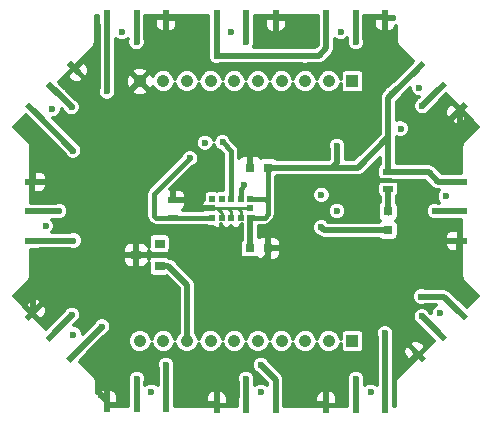
<source format=gtl>
G04 #@! TF.FileFunction,Copper,L1,Top,Plane*
%FSLAX46Y46*%
G04 Gerber Fmt 4.6, Leading zero omitted, Abs format (unit mm)*
G04 Created by KiCad (PCBNEW 4.0.7-e2-6376~58~ubuntu16.04.1) date Mon Aug  6 19:30:18 2018*
%MOMM*%
%LPD*%
G01*
G04 APERTURE LIST*
%ADD10C,0.100000*%
%ADD11C,1.050000*%
%ADD12R,1.050000X1.050000*%
%ADD13R,0.500000X1.250000*%
%ADD14R,0.500000X0.500000*%
%ADD15R,0.250000X0.250000*%
%ADD16R,1.250000X0.500000*%
%ADD17R,0.900000X0.800000*%
%ADD18R,0.900000X0.500000*%
%ADD19R,0.800000X0.750000*%
%ADD20R,0.800000X0.800000*%
%ADD21C,0.600000*%
%ADD22C,0.250000*%
%ADD23C,0.500000*%
%ADD24C,0.300000*%
%ADD25C,0.400000*%
%ADD26C,0.351000*%
G04 APERTURE END LIST*
D10*
D11*
X129600000Y-95750000D03*
X145600000Y-95750000D03*
D12*
X147600000Y-95750000D03*
D11*
X133600000Y-95750000D03*
X131600000Y-95750000D03*
X143600000Y-95750000D03*
X141600000Y-95750000D03*
X135600000Y-95750000D03*
X137600000Y-95750000D03*
X139600000Y-95750000D03*
D13*
X131830000Y-90290000D03*
X129330000Y-90290000D03*
X126830000Y-90290000D03*
X141110000Y-90320000D03*
X138610000Y-90320000D03*
X136110000Y-90320000D03*
X150380000Y-90300000D03*
X147880000Y-90300000D03*
X145380000Y-90300000D03*
X145390000Y-123200000D03*
X147890000Y-123200000D03*
X150390000Y-123200000D03*
X126820000Y-123140000D03*
X129320000Y-123140000D03*
X131820000Y-123140000D03*
D14*
X138940000Y-107310000D03*
X138140000Y-107310000D03*
X137340000Y-107310000D03*
X136540000Y-107310000D03*
X135740000Y-107310000D03*
X135740000Y-106510000D03*
X135740000Y-105710000D03*
X136540000Y-105710000D03*
X137340000Y-105710000D03*
X138140000Y-105710000D03*
X138940000Y-105710000D03*
X138940000Y-106510000D03*
D15*
X139240000Y-107185000D03*
D10*
G36*
X157356485Y-97882602D02*
X156472602Y-98766485D01*
X156119049Y-98412932D01*
X157002932Y-97529049D01*
X157356485Y-97882602D01*
X157356485Y-97882602D01*
G37*
G36*
X155588718Y-96114835D02*
X154704835Y-96998718D01*
X154351282Y-96645165D01*
X155235165Y-95761282D01*
X155588718Y-96114835D01*
X155588718Y-96114835D01*
G37*
G36*
X153820951Y-94347068D02*
X152937068Y-95230951D01*
X152583515Y-94877398D01*
X153467398Y-93993515D01*
X153820951Y-94347068D01*
X153820951Y-94347068D01*
G37*
D16*
X156720000Y-109250000D03*
X156720000Y-106750000D03*
X156720000Y-104250000D03*
X120460000Y-104260000D03*
X120460000Y-106760000D03*
X120460000Y-109260000D03*
D13*
X136100000Y-123200000D03*
X138600000Y-123200000D03*
X141100000Y-123200000D03*
D10*
G36*
X119843515Y-115677398D02*
X120727398Y-114793515D01*
X121080951Y-115147068D01*
X120197068Y-116030951D01*
X119843515Y-115677398D01*
X119843515Y-115677398D01*
G37*
G36*
X121611282Y-117445165D02*
X122495165Y-116561282D01*
X122848718Y-116914835D01*
X121964835Y-117798718D01*
X121611282Y-117445165D01*
X121611282Y-117445165D01*
G37*
G36*
X123379049Y-119212932D02*
X124262932Y-118329049D01*
X124616485Y-118682602D01*
X123732602Y-119566485D01*
X123379049Y-119212932D01*
X123379049Y-119212932D01*
G37*
G36*
X153487398Y-119536485D02*
X152603515Y-118652602D01*
X152957068Y-118299049D01*
X153840951Y-119182932D01*
X153487398Y-119536485D01*
X153487398Y-119536485D01*
G37*
G36*
X155255165Y-117768718D02*
X154371282Y-116884835D01*
X154724835Y-116531282D01*
X155608718Y-117415165D01*
X155255165Y-117768718D01*
X155255165Y-117768718D01*
G37*
G36*
X157022932Y-116000951D02*
X156139049Y-115117068D01*
X156492602Y-114763515D01*
X157376485Y-115647398D01*
X157022932Y-116000951D01*
X157022932Y-116000951D01*
G37*
G36*
X123752602Y-93983515D02*
X124636485Y-94867398D01*
X124282932Y-95220951D01*
X123399049Y-94337068D01*
X123752602Y-93983515D01*
X123752602Y-93983515D01*
G37*
G36*
X121984835Y-95751282D02*
X122868718Y-96635165D01*
X122515165Y-96988718D01*
X121631282Y-96104835D01*
X121984835Y-95751282D01*
X121984835Y-95751282D01*
G37*
G36*
X120217068Y-97519049D02*
X121100951Y-98402932D01*
X120747398Y-98756485D01*
X119863515Y-97872602D01*
X120217068Y-97519049D01*
X120217068Y-97519049D01*
G37*
D17*
X131275000Y-111400000D03*
X131275000Y-109500000D03*
X129275000Y-110450000D03*
D11*
X129600000Y-117750000D03*
X145600000Y-117750000D03*
D12*
X147600000Y-117750000D03*
D11*
X133600000Y-117750000D03*
X131600000Y-117750000D03*
X143600000Y-117750000D03*
X141600000Y-117750000D03*
X135600000Y-117750000D03*
X137600000Y-117750000D03*
X139600000Y-117750000D03*
D18*
X150625000Y-103400000D03*
X150625000Y-104900000D03*
X132400000Y-107300000D03*
X132400000Y-105800000D03*
D19*
X140450000Y-109890000D03*
X138950000Y-109890000D03*
X138950000Y-103060000D03*
X140450000Y-103060000D03*
D20*
X150625000Y-106750000D03*
X150625000Y-108350000D03*
D21*
X128000000Y-109600000D03*
X139825000Y-111125000D03*
X133725000Y-105825000D03*
X146300000Y-112225000D03*
X126325000Y-122325000D03*
X151020000Y-90390000D03*
X133100000Y-90500000D03*
X142320000Y-90500000D03*
X156570000Y-99930000D03*
X156570000Y-110660000D03*
X152180000Y-119780000D03*
X144050000Y-123060000D03*
X134570000Y-123060000D03*
X120650000Y-113230000D03*
X124840000Y-93910000D03*
X120650000Y-102830000D03*
X146300000Y-101225000D03*
X153425000Y-103425000D03*
X126410000Y-116510000D03*
X153430000Y-113980000D03*
X131830000Y-119770000D03*
X139860000Y-119780000D03*
X150370000Y-117100000D03*
X136110000Y-93590000D03*
X126820000Y-96600000D03*
X123960000Y-101620000D03*
X123970000Y-109240000D03*
X150970000Y-96830000D03*
X143600000Y-93590000D03*
X144975000Y-108125000D03*
X136600000Y-100925000D03*
X123870000Y-115510000D03*
X138610000Y-120970000D03*
X123820000Y-97940000D03*
X122770000Y-106750000D03*
X147890000Y-120960000D03*
X153490000Y-115650000D03*
X154570000Y-106750000D03*
X153520000Y-97820000D03*
X138610000Y-92430000D03*
X129330000Y-92430000D03*
X147890000Y-92430000D03*
X129340000Y-120970000D03*
X146300000Y-106725000D03*
X138450000Y-104525000D03*
X135125000Y-100950000D03*
X122200000Y-98090000D03*
X121630000Y-108000000D03*
X123970000Y-117190000D03*
X130580000Y-122040000D03*
X139860000Y-122040000D03*
X149140000Y-122040000D03*
X155010000Y-115400000D03*
X155500000Y-105500000D03*
X153260000Y-96320000D03*
X137360000Y-91560000D03*
X146630000Y-91560000D03*
X128080000Y-91560000D03*
X151675000Y-99750000D03*
X144975000Y-105350000D03*
X133825000Y-102275000D03*
D22*
X137340000Y-107310000D02*
X137340000Y-106750000D01*
X137340000Y-106750000D02*
X137100000Y-106510000D01*
D23*
X140450000Y-109890000D02*
X140450000Y-110500000D01*
X140450000Y-110500000D02*
X139825000Y-111125000D01*
X140450000Y-109890000D02*
X143965000Y-109890000D01*
X143965000Y-109890000D02*
X146300000Y-112225000D01*
X128000000Y-109600000D02*
X128000000Y-110175000D01*
D24*
X133725000Y-105825000D02*
X133725000Y-105800000D01*
D25*
X135740000Y-106510000D02*
X134435000Y-106510000D01*
X133725000Y-105800000D02*
X132400000Y-105800000D01*
X134435000Y-106510000D02*
X133725000Y-105800000D01*
D23*
X129275000Y-110450000D02*
X129275000Y-108625000D01*
X129275000Y-108625000D02*
X129525000Y-108375000D01*
X129525000Y-108375000D02*
X132600000Y-108375000D01*
X132600000Y-108375000D02*
X135350000Y-111125000D01*
X135350000Y-111125000D02*
X139825000Y-111125000D01*
X128000000Y-110175000D02*
X128275000Y-110450000D01*
X128275000Y-110450000D02*
X129275000Y-110450000D01*
X140050000Y-110900000D02*
X139825000Y-111125000D01*
D22*
X140050000Y-110900000D02*
X139825000Y-111125000D01*
X129275000Y-110450000D02*
X128275000Y-110450000D01*
X128275000Y-110450000D02*
X128000000Y-110175000D01*
X136560000Y-107310000D02*
X136560000Y-106910000D01*
X136560000Y-106910000D02*
X136160000Y-106510000D01*
X138960000Y-106510000D02*
X137910000Y-106510000D01*
X135760000Y-106510000D02*
X136160000Y-106510000D01*
X136160000Y-106510000D02*
X137100000Y-106510000D01*
X137100000Y-106510000D02*
X137085000Y-106510000D01*
X137085000Y-106510000D02*
X137910000Y-106510000D01*
X138160000Y-106760000D02*
X138160000Y-107310000D01*
X137910000Y-106510000D02*
X138160000Y-106760000D01*
D23*
X126830000Y-123110000D02*
X126830000Y-122830000D01*
X126830000Y-122830000D02*
X126325000Y-122325000D01*
X150390000Y-90390000D02*
X151020000Y-90390000D01*
X131830000Y-90390000D02*
X132990000Y-90390000D01*
X132990000Y-90390000D02*
X133100000Y-90500000D01*
X141110000Y-90390000D02*
X142210000Y-90390000D01*
X142210000Y-90390000D02*
X142320000Y-90500000D01*
X156667767Y-98207767D02*
X156667767Y-99832233D01*
X156667767Y-99832233D02*
X156570000Y-99930000D01*
X156660000Y-109250000D02*
X156660000Y-110570000D01*
X156660000Y-110570000D02*
X156570000Y-110660000D01*
X153132233Y-118827767D02*
X152180000Y-119780000D01*
X145390000Y-123110000D02*
X144100000Y-123110000D01*
X144100000Y-123110000D02*
X144050000Y-123060000D01*
X136110000Y-123110000D02*
X134620000Y-123110000D01*
X134620000Y-123110000D02*
X134570000Y-123060000D01*
X120552233Y-115292233D02*
X120552233Y-113327767D01*
X120552233Y-113327767D02*
X120650000Y-113230000D01*
X124087767Y-94672233D02*
X124087767Y-94662233D01*
X124087767Y-94662233D02*
X124840000Y-93910000D01*
X120650000Y-102830000D02*
X120550000Y-102930000D01*
X120550000Y-102930000D02*
X120550000Y-104250000D01*
D25*
X138940000Y-105710000D02*
X140170000Y-105710000D01*
X140170000Y-105710000D02*
X140450000Y-105990000D01*
X140450000Y-103060000D02*
X140450000Y-105990000D01*
X140450000Y-105990000D02*
X140450000Y-107020000D01*
X140450000Y-107020000D02*
X140160000Y-107310000D01*
X140160000Y-107310000D02*
X138940000Y-107310000D01*
D23*
X138940000Y-107310000D02*
X138940000Y-109880000D01*
X138940000Y-109880000D02*
X138950000Y-109890000D01*
X145900000Y-103060000D02*
X148050000Y-103060000D01*
X148050000Y-103060000D02*
X150625000Y-100485000D01*
X150625000Y-103400000D02*
X150625000Y-100485000D01*
X150625000Y-100485000D02*
X150625000Y-97175000D01*
X150625000Y-97175000D02*
X150970000Y-96830000D01*
X146300000Y-101225000D02*
X146300000Y-102660000D01*
X146300000Y-102660000D02*
X145900000Y-103060000D01*
X140450000Y-103060000D02*
X145900000Y-103060000D01*
D25*
X138940000Y-107310000D02*
X140160000Y-107310000D01*
D23*
X138950000Y-107320000D02*
X138940000Y-107310000D01*
X153425000Y-103425000D02*
X154050000Y-103425000D01*
X154050000Y-103425000D02*
X154875000Y-104250000D01*
X152550000Y-103425000D02*
X153425000Y-103425000D01*
X150975000Y-103425000D02*
X152550000Y-103425000D01*
D24*
X138950000Y-107320000D02*
X138940000Y-107310000D01*
X138950000Y-107320000D02*
X138940000Y-107310000D01*
D22*
X138960000Y-107310000D02*
X139135000Y-107310000D01*
X139135000Y-107310000D02*
X139260000Y-107185000D01*
D23*
X124087767Y-118827767D02*
X124092233Y-118827767D01*
X124092233Y-118827767D02*
X126410000Y-116510000D01*
X156667767Y-115292233D02*
X156662233Y-115292233D01*
X156662233Y-115292233D02*
X155350000Y-113980000D01*
X155350000Y-113980000D02*
X153430000Y-113980000D01*
X153132233Y-94672233D02*
X153127767Y-94672233D01*
X153127767Y-94672233D02*
X150970000Y-96830000D01*
X131830000Y-123110000D02*
X131830000Y-119770000D01*
X141110000Y-123110000D02*
X141110000Y-121030000D01*
X141110000Y-121030000D02*
X139860000Y-119780000D01*
X156660000Y-104250000D02*
X154875000Y-104250000D01*
X150390000Y-123110000D02*
X150390000Y-117120000D01*
X150370000Y-117100000D02*
X150390000Y-117120000D01*
X136110000Y-93590000D02*
X143600000Y-93590000D01*
X143600000Y-93590000D02*
X144770000Y-93590000D01*
X145390000Y-92970000D02*
X145390000Y-90390000D01*
X144770000Y-93590000D02*
X145390000Y-92970000D01*
X136110000Y-90390000D02*
X136110000Y-93590000D01*
X126830000Y-90390000D02*
X126830000Y-96590000D01*
X126830000Y-96590000D02*
X126820000Y-96600000D01*
X120550000Y-109250000D02*
X123960000Y-109250000D01*
X123960000Y-101620000D02*
X120552233Y-98212233D01*
X123960000Y-109250000D02*
X123970000Y-109240000D01*
X120552233Y-98212233D02*
X120552233Y-98207767D01*
X150625000Y-104900000D02*
X150625000Y-106750000D01*
D22*
X150625000Y-104900000D02*
X150625000Y-107000000D01*
D23*
X150625000Y-108350000D02*
X145200000Y-108350000D01*
X145200000Y-108350000D02*
X144975000Y-108125000D01*
D25*
X137340000Y-105710000D02*
X137340000Y-101665000D01*
X137340000Y-101665000D02*
X136600000Y-100925000D01*
D22*
X137340000Y-101665000D02*
X136600000Y-100925000D01*
D23*
X122320000Y-117060000D02*
X123870000Y-115510000D01*
X138610000Y-123110000D02*
X138610000Y-120970000D01*
X122320000Y-96440000D02*
X123820000Y-97940000D01*
X122330000Y-96440000D02*
X122320000Y-96440000D01*
X122770000Y-106750000D02*
X120550000Y-106750000D01*
X122320000Y-117050000D02*
X122320000Y-117060000D01*
X129340000Y-120970000D02*
X129330000Y-123110000D01*
X147900000Y-120970000D02*
X147890000Y-123110000D01*
X147890000Y-120960000D02*
X147900000Y-120970000D01*
X154900000Y-117060000D02*
X153490000Y-115650000D01*
X154570000Y-106750000D02*
X156660000Y-106750000D01*
X153520000Y-97820000D02*
X154900000Y-96440000D01*
X138610000Y-90390000D02*
X138610000Y-92430000D01*
X129330000Y-90390000D02*
X129330000Y-92430000D01*
X147890000Y-92430000D02*
X147890000Y-90390000D01*
D25*
X138140000Y-105710000D02*
X138140000Y-104835000D01*
X138140000Y-104835000D02*
X138450000Y-104525000D01*
D22*
X138140000Y-104835000D02*
X138450000Y-104525000D01*
D23*
X131275000Y-111400000D02*
X132025000Y-111400000D01*
X133600000Y-112975000D02*
X133600000Y-117750000D01*
X132025000Y-111400000D02*
X133600000Y-112975000D01*
D25*
X132400000Y-107300000D02*
X130950000Y-107300000D01*
X130950000Y-107300000D02*
X130825000Y-107175000D01*
X130825000Y-107175000D02*
X130825000Y-105275000D01*
X130825000Y-105275000D02*
X133825000Y-102275000D01*
D24*
X130825000Y-107175000D02*
X130950000Y-107300000D01*
X130825000Y-105275000D02*
X130825000Y-107175000D01*
D25*
X132400000Y-107300000D02*
X135730000Y-107300000D01*
X135730000Y-107300000D02*
X135740000Y-107310000D01*
D26*
G36*
X126095185Y-90915000D02*
X126104500Y-90964505D01*
X126104500Y-96300895D01*
X126044635Y-96445067D01*
X126044366Y-96753580D01*
X126162180Y-97038712D01*
X126380141Y-97257054D01*
X126665067Y-97375365D01*
X126973580Y-97375634D01*
X127258712Y-97257820D01*
X127477054Y-97039859D01*
X127595365Y-96754933D01*
X127595540Y-96553905D01*
X128907110Y-96553905D01*
X128940724Y-96790968D01*
X129389269Y-96964023D01*
X129869897Y-96952254D01*
X130259276Y-96790968D01*
X130292890Y-96553905D01*
X129600000Y-95861016D01*
X128907110Y-96553905D01*
X127595540Y-96553905D01*
X127595634Y-96446420D01*
X127555500Y-96349288D01*
X127555500Y-95539269D01*
X128385977Y-95539269D01*
X128397746Y-96019897D01*
X128559032Y-96409276D01*
X128796095Y-96442890D01*
X129488984Y-95750000D01*
X129711016Y-95750000D01*
X130403905Y-96442890D01*
X130640968Y-96409276D01*
X130712866Y-96222923D01*
X130751323Y-96315997D01*
X131032522Y-96597688D01*
X131400115Y-96750326D01*
X131798139Y-96750673D01*
X132165997Y-96598677D01*
X132447688Y-96317478D01*
X132600187Y-95950220D01*
X132751323Y-96315997D01*
X133032522Y-96597688D01*
X133400115Y-96750326D01*
X133798139Y-96750673D01*
X134165997Y-96598677D01*
X134447688Y-96317478D01*
X134600187Y-95950220D01*
X134751323Y-96315997D01*
X135032522Y-96597688D01*
X135400115Y-96750326D01*
X135798139Y-96750673D01*
X136165997Y-96598677D01*
X136447688Y-96317478D01*
X136600187Y-95950220D01*
X136751323Y-96315997D01*
X137032522Y-96597688D01*
X137400115Y-96750326D01*
X137798139Y-96750673D01*
X138165997Y-96598677D01*
X138447688Y-96317478D01*
X138600187Y-95950220D01*
X138751323Y-96315997D01*
X139032522Y-96597688D01*
X139400115Y-96750326D01*
X139798139Y-96750673D01*
X140165997Y-96598677D01*
X140447688Y-96317478D01*
X140600187Y-95950220D01*
X140751323Y-96315997D01*
X141032522Y-96597688D01*
X141400115Y-96750326D01*
X141798139Y-96750673D01*
X142165997Y-96598677D01*
X142447688Y-96317478D01*
X142600187Y-95950220D01*
X142751323Y-96315997D01*
X143032522Y-96597688D01*
X143400115Y-96750326D01*
X143798139Y-96750673D01*
X144165997Y-96598677D01*
X144447688Y-96317478D01*
X144600187Y-95950220D01*
X144751323Y-96315997D01*
X145032522Y-96597688D01*
X145400115Y-96750326D01*
X145798139Y-96750673D01*
X146165997Y-96598677D01*
X146447688Y-96317478D01*
X146590185Y-95974307D01*
X146590185Y-96275000D01*
X146623341Y-96451210D01*
X146727481Y-96613047D01*
X146886380Y-96721618D01*
X147075000Y-96759815D01*
X148125000Y-96759815D01*
X148301210Y-96726659D01*
X148463047Y-96622519D01*
X148571618Y-96463620D01*
X148609815Y-96275000D01*
X148609815Y-95225000D01*
X148576659Y-95048790D01*
X148472519Y-94886953D01*
X148313620Y-94778382D01*
X148125000Y-94740185D01*
X147075000Y-94740185D01*
X146898790Y-94773341D01*
X146736953Y-94877481D01*
X146628382Y-95036380D01*
X146590185Y-95225000D01*
X146590185Y-95526478D01*
X146448677Y-95184003D01*
X146167478Y-94902312D01*
X145799885Y-94749674D01*
X145401861Y-94749327D01*
X145034003Y-94901323D01*
X144752312Y-95182522D01*
X144599813Y-95549780D01*
X144448677Y-95184003D01*
X144167478Y-94902312D01*
X143799885Y-94749674D01*
X143401861Y-94749327D01*
X143034003Y-94901323D01*
X142752312Y-95182522D01*
X142599813Y-95549780D01*
X142448677Y-95184003D01*
X142167478Y-94902312D01*
X141799885Y-94749674D01*
X141401861Y-94749327D01*
X141034003Y-94901323D01*
X140752312Y-95182522D01*
X140599813Y-95549780D01*
X140448677Y-95184003D01*
X140167478Y-94902312D01*
X139799885Y-94749674D01*
X139401861Y-94749327D01*
X139034003Y-94901323D01*
X138752312Y-95182522D01*
X138599813Y-95549780D01*
X138448677Y-95184003D01*
X138167478Y-94902312D01*
X137799885Y-94749674D01*
X137401861Y-94749327D01*
X137034003Y-94901323D01*
X136752312Y-95182522D01*
X136599813Y-95549780D01*
X136448677Y-95184003D01*
X136167478Y-94902312D01*
X135799885Y-94749674D01*
X135401861Y-94749327D01*
X135034003Y-94901323D01*
X134752312Y-95182522D01*
X134599813Y-95549780D01*
X134448677Y-95184003D01*
X134167478Y-94902312D01*
X133799885Y-94749674D01*
X133401861Y-94749327D01*
X133034003Y-94901323D01*
X132752312Y-95182522D01*
X132599813Y-95549780D01*
X132448677Y-95184003D01*
X132167478Y-94902312D01*
X131799885Y-94749674D01*
X131401861Y-94749327D01*
X131034003Y-94901323D01*
X130752312Y-95182522D01*
X130715607Y-95270918D01*
X130640968Y-95090724D01*
X130403905Y-95057110D01*
X129711016Y-95750000D01*
X129488984Y-95750000D01*
X128796095Y-95057110D01*
X128559032Y-95090724D01*
X128385977Y-95539269D01*
X127555500Y-95539269D01*
X127555500Y-94946095D01*
X128907110Y-94946095D01*
X129600000Y-95638984D01*
X130292890Y-94946095D01*
X130259276Y-94709032D01*
X129810731Y-94535977D01*
X129330103Y-94547746D01*
X128940724Y-94709032D01*
X128907110Y-94946095D01*
X127555500Y-94946095D01*
X127555500Y-92132265D01*
X127640141Y-92217054D01*
X127925067Y-92335365D01*
X128233580Y-92335634D01*
X128518712Y-92217820D01*
X128604500Y-92132182D01*
X128604500Y-92154978D01*
X128554635Y-92275067D01*
X128554366Y-92583580D01*
X128672180Y-92868712D01*
X128890141Y-93087054D01*
X129175067Y-93205365D01*
X129483580Y-93205634D01*
X129768712Y-93087820D01*
X129987054Y-92869859D01*
X130105365Y-92584933D01*
X130105634Y-92276420D01*
X130055500Y-92155086D01*
X130055500Y-90960998D01*
X130064815Y-90915000D01*
X130064815Y-90539375D01*
X130896500Y-90539375D01*
X130896500Y-91050956D01*
X131000556Y-91302171D01*
X131192828Y-91494443D01*
X131444043Y-91598500D01*
X131580625Y-91598500D01*
X131751500Y-91427625D01*
X131751500Y-90368500D01*
X131908500Y-90368500D01*
X131908500Y-91427625D01*
X132079375Y-91598500D01*
X132215957Y-91598500D01*
X132467172Y-91494443D01*
X132659444Y-91302171D01*
X132763500Y-91050956D01*
X132763500Y-90539375D01*
X132592625Y-90368500D01*
X131908500Y-90368500D01*
X131751500Y-90368500D01*
X131067375Y-90368500D01*
X130896500Y-90539375D01*
X130064815Y-90539375D01*
X130064815Y-90240500D01*
X135375185Y-90240500D01*
X135375185Y-90945000D01*
X135384500Y-90994505D01*
X135384500Y-93314978D01*
X135334635Y-93435067D01*
X135334366Y-93743580D01*
X135452180Y-94028712D01*
X135670141Y-94247054D01*
X135955067Y-94365365D01*
X136263580Y-94365634D01*
X136384914Y-94315500D01*
X143324978Y-94315500D01*
X143445067Y-94365365D01*
X143753580Y-94365634D01*
X143874914Y-94315500D01*
X144770000Y-94315500D01*
X145047637Y-94260275D01*
X145283006Y-94103006D01*
X145903006Y-93483006D01*
X146060275Y-93247637D01*
X146115500Y-92970000D01*
X146115500Y-92142283D01*
X146190141Y-92217054D01*
X146475067Y-92335365D01*
X146783580Y-92335634D01*
X147068712Y-92217820D01*
X147164500Y-92122199D01*
X147164500Y-92154978D01*
X147114635Y-92275067D01*
X147114366Y-92583580D01*
X147232180Y-92868712D01*
X147450141Y-93087054D01*
X147735067Y-93205365D01*
X148043580Y-93205634D01*
X148328712Y-93087820D01*
X148547054Y-92869859D01*
X148665365Y-92584933D01*
X148665634Y-92276420D01*
X148615500Y-92155086D01*
X148615500Y-90549375D01*
X149446500Y-90549375D01*
X149446500Y-91060956D01*
X149550556Y-91312171D01*
X149742828Y-91504443D01*
X149994043Y-91608500D01*
X150130625Y-91608500D01*
X150301500Y-91437625D01*
X150301500Y-90378500D01*
X149617375Y-90378500D01*
X149446500Y-90549375D01*
X148615500Y-90549375D01*
X148615500Y-90390000D01*
X148614815Y-90386556D01*
X148614815Y-90240500D01*
X150478500Y-90240500D01*
X150478500Y-90378500D01*
X150458500Y-90378500D01*
X150458500Y-91437625D01*
X150629375Y-91608500D01*
X150765957Y-91608500D01*
X151017172Y-91504443D01*
X151209444Y-91312171D01*
X151299500Y-91094755D01*
X151299500Y-92390000D01*
X151341404Y-92600668D01*
X151460738Y-92779262D01*
X152728378Y-94046903D01*
X152618658Y-94156623D01*
X152614761Y-94159227D01*
X150651463Y-96122525D01*
X150531288Y-96172180D01*
X150312946Y-96390141D01*
X150262600Y-96511388D01*
X150111994Y-96661994D01*
X149954725Y-96897363D01*
X149899500Y-97175000D01*
X149899500Y-100184488D01*
X147749488Y-102334500D01*
X147025500Y-102334500D01*
X147025500Y-101500022D01*
X147075365Y-101379933D01*
X147075634Y-101071420D01*
X146957820Y-100786288D01*
X146739859Y-100567946D01*
X146454933Y-100449635D01*
X146146420Y-100449366D01*
X145861288Y-100567180D01*
X145642946Y-100785141D01*
X145524635Y-101070067D01*
X145524366Y-101378580D01*
X145574500Y-101499914D01*
X145574500Y-102334500D01*
X141179293Y-102334500D01*
X141038620Y-102238382D01*
X140850000Y-102200185D01*
X140050000Y-102200185D01*
X139873790Y-102233341D01*
X139868415Y-102236800D01*
X139737172Y-102105557D01*
X139485957Y-102001500D01*
X139199375Y-102001500D01*
X139028500Y-102172375D01*
X139028500Y-102981500D01*
X139048500Y-102981500D01*
X139048500Y-103138500D01*
X139028500Y-103138500D01*
X139028500Y-103158500D01*
X138871500Y-103158500D01*
X138871500Y-103138500D01*
X138851500Y-103138500D01*
X138851500Y-102981500D01*
X138871500Y-102981500D01*
X138871500Y-102172375D01*
X138700625Y-102001500D01*
X138414043Y-102001500D01*
X138162828Y-102105557D01*
X138015500Y-102252885D01*
X138015500Y-101665000D01*
X137964081Y-101406497D01*
X137817651Y-101187349D01*
X137357265Y-100726963D01*
X137257820Y-100486288D01*
X137039859Y-100267946D01*
X136754933Y-100149635D01*
X136446420Y-100149366D01*
X136161288Y-100267180D01*
X135942946Y-100485141D01*
X135857270Y-100691472D01*
X135782820Y-100511288D01*
X135564859Y-100292946D01*
X135279933Y-100174635D01*
X134971420Y-100174366D01*
X134686288Y-100292180D01*
X134467946Y-100510141D01*
X134349635Y-100795067D01*
X134349366Y-101103580D01*
X134467180Y-101388712D01*
X134685141Y-101607054D01*
X134970067Y-101725365D01*
X135278580Y-101725634D01*
X135563712Y-101607820D01*
X135782054Y-101389859D01*
X135867730Y-101183528D01*
X135942180Y-101363712D01*
X136160141Y-101582054D01*
X136402308Y-101682610D01*
X136664500Y-101944802D01*
X136664500Y-104975185D01*
X136290000Y-104975185D01*
X136134492Y-105004446D01*
X135990000Y-104975185D01*
X135490000Y-104975185D01*
X135313790Y-105008341D01*
X135151953Y-105112481D01*
X135043382Y-105271380D01*
X135005185Y-105460000D01*
X135005185Y-105778200D01*
X134910557Y-105872828D01*
X134806500Y-106124043D01*
X134806500Y-106260625D01*
X134977375Y-106431500D01*
X135424249Y-106431500D01*
X135490000Y-106444815D01*
X135838500Y-106444815D01*
X135838500Y-106544885D01*
X135808200Y-106575185D01*
X135490000Y-106575185D01*
X135419236Y-106588500D01*
X134977375Y-106588500D01*
X134941375Y-106624500D01*
X133242115Y-106624500D01*
X133429443Y-106437172D01*
X133533500Y-106185957D01*
X133533500Y-106049375D01*
X133362625Y-105878500D01*
X132478500Y-105878500D01*
X132478500Y-105898500D01*
X132321500Y-105898500D01*
X132321500Y-105878500D01*
X132301500Y-105878500D01*
X132301500Y-105721500D01*
X132321500Y-105721500D01*
X132321500Y-105037375D01*
X132478500Y-105037375D01*
X132478500Y-105721500D01*
X133362625Y-105721500D01*
X133533500Y-105550625D01*
X133533500Y-105414043D01*
X133429443Y-105162828D01*
X133237171Y-104970556D01*
X132985956Y-104866500D01*
X132649375Y-104866500D01*
X132478500Y-105037375D01*
X132321500Y-105037375D01*
X132169713Y-104885588D01*
X134023036Y-103032265D01*
X134263712Y-102932820D01*
X134482054Y-102714859D01*
X134600365Y-102429933D01*
X134600634Y-102121420D01*
X134482820Y-101836288D01*
X134264859Y-101617946D01*
X133979933Y-101499635D01*
X133671420Y-101499366D01*
X133386288Y-101617180D01*
X133167946Y-101835141D01*
X133067389Y-102077310D01*
X130347349Y-104797349D01*
X130200919Y-105016497D01*
X130149499Y-105275000D01*
X130149500Y-105275005D01*
X130149500Y-107174995D01*
X130149499Y-107175000D01*
X130200919Y-107433503D01*
X130347349Y-107652651D01*
X130472347Y-107777648D01*
X130472349Y-107777651D01*
X130691497Y-107924081D01*
X130734386Y-107932612D01*
X130950000Y-107975501D01*
X130950005Y-107975500D01*
X131730473Y-107975500D01*
X131761380Y-107996618D01*
X131950000Y-108034815D01*
X132850000Y-108034815D01*
X133026210Y-108001659D01*
X133066862Y-107975500D01*
X135255837Y-107975500D01*
X135301380Y-108006618D01*
X135490000Y-108044815D01*
X135808200Y-108044815D01*
X135902829Y-108139444D01*
X136154044Y-108243500D01*
X136290625Y-108243500D01*
X136461500Y-108072625D01*
X136461500Y-107828738D01*
X136510557Y-107947172D01*
X136618500Y-108055115D01*
X136618500Y-108072625D01*
X136789375Y-108243500D01*
X136925956Y-108243500D01*
X136940000Y-108237683D01*
X136954044Y-108243500D01*
X137090625Y-108243500D01*
X137261500Y-108072625D01*
X137261500Y-108055115D01*
X137340000Y-107976615D01*
X137418500Y-108055115D01*
X137418500Y-108072625D01*
X137589375Y-108243500D01*
X137725956Y-108243500D01*
X137740000Y-108237683D01*
X137754044Y-108243500D01*
X137890625Y-108243500D01*
X138061500Y-108072625D01*
X138061500Y-108055115D01*
X138169443Y-107947172D01*
X138214500Y-107838395D01*
X138214500Y-109165842D01*
X138211953Y-109167481D01*
X138103382Y-109326380D01*
X138065185Y-109515000D01*
X138065185Y-110265000D01*
X138098341Y-110441210D01*
X138202481Y-110603047D01*
X138361380Y-110711618D01*
X138550000Y-110749815D01*
X139350000Y-110749815D01*
X139526210Y-110716659D01*
X139531585Y-110713200D01*
X139662828Y-110844443D01*
X139914043Y-110948500D01*
X140200625Y-110948500D01*
X140371500Y-110777625D01*
X140371500Y-109968500D01*
X140528500Y-109968500D01*
X140528500Y-110777625D01*
X140699375Y-110948500D01*
X140985957Y-110948500D01*
X141237172Y-110844443D01*
X141429444Y-110652171D01*
X141533500Y-110400956D01*
X141533500Y-110139375D01*
X141362625Y-109968500D01*
X140528500Y-109968500D01*
X140371500Y-109968500D01*
X140351500Y-109968500D01*
X140351500Y-109811500D01*
X140371500Y-109811500D01*
X140371500Y-109002375D01*
X140528500Y-109002375D01*
X140528500Y-109811500D01*
X141362625Y-109811500D01*
X141533500Y-109640625D01*
X141533500Y-109499375D01*
X155411500Y-109499375D01*
X155411500Y-109635957D01*
X155515557Y-109887172D01*
X155707829Y-110079444D01*
X155959044Y-110183500D01*
X156470625Y-110183500D01*
X156641500Y-110012625D01*
X156641500Y-109328500D01*
X155582375Y-109328500D01*
X155411500Y-109499375D01*
X141533500Y-109499375D01*
X141533500Y-109379044D01*
X141429444Y-109127829D01*
X141237172Y-108935557D01*
X140985957Y-108831500D01*
X140699375Y-108831500D01*
X140528500Y-109002375D01*
X140371500Y-109002375D01*
X140200625Y-108831500D01*
X139914043Y-108831500D01*
X139665500Y-108934450D01*
X139665500Y-108278580D01*
X144199366Y-108278580D01*
X144317180Y-108563712D01*
X144535141Y-108782054D01*
X144656388Y-108832400D01*
X144686994Y-108863006D01*
X144922363Y-109020275D01*
X145200000Y-109075500D01*
X149869407Y-109075500D01*
X149877481Y-109088047D01*
X150036380Y-109196618D01*
X150225000Y-109234815D01*
X151025000Y-109234815D01*
X151201210Y-109201659D01*
X151363047Y-109097519D01*
X151471618Y-108938620D01*
X151486720Y-108864043D01*
X155411500Y-108864043D01*
X155411500Y-109000625D01*
X155582375Y-109171500D01*
X156641500Y-109171500D01*
X156641500Y-108487375D01*
X156470625Y-108316500D01*
X155959044Y-108316500D01*
X155707829Y-108420556D01*
X155515557Y-108612828D01*
X155411500Y-108864043D01*
X151486720Y-108864043D01*
X151509815Y-108750000D01*
X151509815Y-107950000D01*
X151476659Y-107773790D01*
X151372519Y-107611953D01*
X151281674Y-107549881D01*
X151363047Y-107497519D01*
X151471618Y-107338620D01*
X151509815Y-107150000D01*
X151509815Y-106350000D01*
X151476659Y-106173790D01*
X151372519Y-106011953D01*
X151350500Y-105996908D01*
X151350500Y-105537767D01*
X151413047Y-105497519D01*
X151521618Y-105338620D01*
X151559815Y-105150000D01*
X151559815Y-104650000D01*
X151526659Y-104473790D01*
X151422519Y-104311953D01*
X151263620Y-104203382D01*
X151075000Y-104165185D01*
X150175000Y-104165185D01*
X149998790Y-104198341D01*
X149836953Y-104302481D01*
X149728382Y-104461380D01*
X149690185Y-104650000D01*
X149690185Y-105150000D01*
X149723341Y-105326210D01*
X149827481Y-105488047D01*
X149899500Y-105537255D01*
X149899500Y-105994407D01*
X149886953Y-106002481D01*
X149778382Y-106161380D01*
X149740185Y-106350000D01*
X149740185Y-107150000D01*
X149773341Y-107326210D01*
X149877481Y-107488047D01*
X149968326Y-107550119D01*
X149886953Y-107602481D01*
X149871908Y-107624500D01*
X145571140Y-107624500D01*
X145414859Y-107467946D01*
X145129933Y-107349635D01*
X144821420Y-107349366D01*
X144536288Y-107467180D01*
X144317946Y-107685141D01*
X144199635Y-107970067D01*
X144199366Y-108278580D01*
X139665500Y-108278580D01*
X139665500Y-107985500D01*
X140159995Y-107985500D01*
X140160000Y-107985501D01*
X140418503Y-107934081D01*
X140637651Y-107787651D01*
X140927651Y-107497651D01*
X141074081Y-107278503D01*
X141125501Y-107020000D01*
X141125500Y-107019995D01*
X141125500Y-106878580D01*
X145524366Y-106878580D01*
X145642180Y-107163712D01*
X145860141Y-107382054D01*
X146145067Y-107500365D01*
X146453580Y-107500634D01*
X146738712Y-107382820D01*
X146957054Y-107164859D01*
X147075365Y-106879933D01*
X147075634Y-106571420D01*
X146957820Y-106286288D01*
X146739859Y-106067946D01*
X146454933Y-105949635D01*
X146146420Y-105949366D01*
X145861288Y-106067180D01*
X145642946Y-106285141D01*
X145524635Y-106570067D01*
X145524366Y-106878580D01*
X141125500Y-106878580D01*
X141125500Y-105990005D01*
X141125501Y-105990000D01*
X141125500Y-105989995D01*
X141125500Y-105503580D01*
X144199366Y-105503580D01*
X144317180Y-105788712D01*
X144535141Y-106007054D01*
X144820067Y-106125365D01*
X145128580Y-106125634D01*
X145413712Y-106007820D01*
X145632054Y-105789859D01*
X145750365Y-105504933D01*
X145750634Y-105196420D01*
X145632820Y-104911288D01*
X145414859Y-104692946D01*
X145129933Y-104574635D01*
X144821420Y-104574366D01*
X144536288Y-104692180D01*
X144317946Y-104910141D01*
X144199635Y-105195067D01*
X144199366Y-105503580D01*
X141125500Y-105503580D01*
X141125500Y-103822767D01*
X141183414Y-103785500D01*
X148050000Y-103785500D01*
X148327637Y-103730275D01*
X148563006Y-103573006D01*
X149899500Y-102236512D01*
X149899500Y-102762233D01*
X149836953Y-102802481D01*
X149728382Y-102961380D01*
X149690185Y-103150000D01*
X149690185Y-103650000D01*
X149723341Y-103826210D01*
X149827481Y-103988047D01*
X149986380Y-104096618D01*
X150175000Y-104134815D01*
X150896146Y-104134815D01*
X150975000Y-104150500D01*
X153149978Y-104150500D01*
X153270067Y-104200365D01*
X153578580Y-104200634D01*
X153699914Y-104150500D01*
X153749488Y-104150500D01*
X154361994Y-104763006D01*
X154597363Y-104920275D01*
X154875000Y-104975500D01*
X154927735Y-104975500D01*
X154842946Y-105060141D01*
X154724635Y-105345067D01*
X154724366Y-105653580D01*
X154842180Y-105938712D01*
X154927818Y-106024500D01*
X154845022Y-106024500D01*
X154724933Y-105974635D01*
X154416420Y-105974366D01*
X154131288Y-106092180D01*
X153912946Y-106310141D01*
X153794635Y-106595067D01*
X153794366Y-106903580D01*
X153912180Y-107188712D01*
X154130141Y-107407054D01*
X154415067Y-107525365D01*
X154723580Y-107525634D01*
X154844914Y-107475500D01*
X156049002Y-107475500D01*
X156095000Y-107484815D01*
X156819500Y-107484815D01*
X156819500Y-108466375D01*
X156798500Y-108487375D01*
X156798500Y-109171500D01*
X156818500Y-109171500D01*
X156818500Y-109328500D01*
X156798500Y-109328500D01*
X156798500Y-110012625D01*
X156819500Y-110033625D01*
X156819500Y-112260000D01*
X156861404Y-112470668D01*
X156980738Y-112649262D01*
X158261476Y-113930000D01*
X157303098Y-114888379D01*
X156835418Y-114420699D01*
X156776355Y-114380343D01*
X155863006Y-113466994D01*
X155627637Y-113309725D01*
X155350000Y-113254500D01*
X153705022Y-113254500D01*
X153584933Y-113204635D01*
X153276420Y-113204366D01*
X152991288Y-113322180D01*
X152772946Y-113540141D01*
X152654635Y-113825067D01*
X152654366Y-114133580D01*
X152772180Y-114418712D01*
X152990141Y-114637054D01*
X153275067Y-114755365D01*
X153583580Y-114755634D01*
X153704914Y-114705500D01*
X154660060Y-114705500D01*
X154571288Y-114742180D01*
X154352946Y-114960141D01*
X154234635Y-115245067D01*
X154234527Y-115368515D01*
X154197475Y-115331463D01*
X154147820Y-115211288D01*
X153929859Y-114992946D01*
X153644933Y-114874635D01*
X153336420Y-114874366D01*
X153051288Y-114992180D01*
X152832946Y-115210141D01*
X152714635Y-115495067D01*
X152714366Y-115803580D01*
X152832180Y-116088712D01*
X153050141Y-116307054D01*
X153171388Y-116357400D01*
X154002527Y-117188539D01*
X154028466Y-117227651D01*
X154496146Y-117695331D01*
X151330738Y-120860738D01*
X151211404Y-121039332D01*
X151211404Y-121039333D01*
X151169500Y-121250000D01*
X151169500Y-123249500D01*
X151124815Y-123249500D01*
X151124815Y-122575000D01*
X151115500Y-122525495D01*
X151115500Y-118516646D01*
X151920015Y-118516646D01*
X151920015Y-118788559D01*
X152024072Y-119039774D01*
X152216343Y-119232046D01*
X152385814Y-119401516D01*
X152627468Y-119401516D01*
X153111217Y-118917767D01*
X152362303Y-118168853D01*
X152120649Y-118168853D01*
X152024071Y-118265431D01*
X151920015Y-118516646D01*
X151115500Y-118516646D01*
X151115500Y-117816183D01*
X152473319Y-117816183D01*
X152473319Y-118057837D01*
X153222233Y-118806751D01*
X153705982Y-118323002D01*
X153705982Y-118081348D01*
X153536512Y-117911877D01*
X153344240Y-117719606D01*
X153093025Y-117615549D01*
X152821112Y-117615549D01*
X152569897Y-117719605D01*
X152473319Y-117816183D01*
X151115500Y-117816183D01*
X151115500Y-117326856D01*
X151145365Y-117254933D01*
X151145634Y-116946420D01*
X151027820Y-116661288D01*
X150809859Y-116442946D01*
X150524933Y-116324635D01*
X150216420Y-116324366D01*
X149931288Y-116442180D01*
X149712946Y-116660141D01*
X149594635Y-116945067D01*
X149594366Y-117253580D01*
X149664500Y-117423317D01*
X149664500Y-121467735D01*
X149579859Y-121382946D01*
X149294933Y-121264635D01*
X148986420Y-121264366D01*
X148701288Y-121382180D01*
X148623218Y-121460114D01*
X148624369Y-121213662D01*
X148665365Y-121114933D01*
X148665634Y-120806420D01*
X148547820Y-120521288D01*
X148329859Y-120302946D01*
X148044933Y-120184635D01*
X147736420Y-120184366D01*
X147451288Y-120302180D01*
X147232946Y-120520141D01*
X147114635Y-120805067D01*
X147114366Y-121113580D01*
X147173156Y-121255864D01*
X147167271Y-122515318D01*
X147155185Y-122575000D01*
X147155185Y-123249500D01*
X141834815Y-123249500D01*
X141834815Y-123113444D01*
X141835500Y-123110000D01*
X141835500Y-122439044D01*
X144456500Y-122439044D01*
X144456500Y-122950625D01*
X144627375Y-123121500D01*
X145311500Y-123121500D01*
X145311500Y-122062375D01*
X145468500Y-122062375D01*
X145468500Y-123121500D01*
X146152625Y-123121500D01*
X146323500Y-122950625D01*
X146323500Y-122439044D01*
X146219444Y-122187829D01*
X146027172Y-121995557D01*
X145775957Y-121891500D01*
X145639375Y-121891500D01*
X145468500Y-122062375D01*
X145311500Y-122062375D01*
X145140625Y-121891500D01*
X145004043Y-121891500D01*
X144752828Y-121995557D01*
X144560556Y-122187829D01*
X144456500Y-122439044D01*
X141835500Y-122439044D01*
X141835500Y-121030000D01*
X141780275Y-120752363D01*
X141623006Y-120516994D01*
X140567475Y-119461463D01*
X140517820Y-119341288D01*
X140299859Y-119122946D01*
X140014933Y-119004635D01*
X139706420Y-119004366D01*
X139421288Y-119122180D01*
X139202946Y-119340141D01*
X139084635Y-119625067D01*
X139084366Y-119933580D01*
X139202180Y-120218712D01*
X139420141Y-120437054D01*
X139541388Y-120487400D01*
X140384500Y-121330512D01*
X140384500Y-121467735D01*
X140299859Y-121382946D01*
X140014933Y-121264635D01*
X139706420Y-121264366D01*
X139421288Y-121382180D01*
X139335500Y-121467818D01*
X139335500Y-121245022D01*
X139385365Y-121124933D01*
X139385634Y-120816420D01*
X139267820Y-120531288D01*
X139049859Y-120312946D01*
X138764933Y-120194635D01*
X138456420Y-120194366D01*
X138171288Y-120312180D01*
X137952946Y-120530141D01*
X137834635Y-120815067D01*
X137834366Y-121123580D01*
X137884500Y-121244914D01*
X137884500Y-122479621D01*
X137865185Y-122575000D01*
X137865185Y-123249500D01*
X132554815Y-123249500D01*
X132554815Y-123113444D01*
X132555500Y-123110000D01*
X132555500Y-122439044D01*
X135166500Y-122439044D01*
X135166500Y-122950625D01*
X135337375Y-123121500D01*
X136021500Y-123121500D01*
X136021500Y-122062375D01*
X136178500Y-122062375D01*
X136178500Y-123121500D01*
X136862625Y-123121500D01*
X137033500Y-122950625D01*
X137033500Y-122439044D01*
X136929444Y-122187829D01*
X136737172Y-121995557D01*
X136485957Y-121891500D01*
X136349375Y-121891500D01*
X136178500Y-122062375D01*
X136021500Y-122062375D01*
X135850625Y-121891500D01*
X135714043Y-121891500D01*
X135462828Y-121995557D01*
X135270556Y-122187829D01*
X135166500Y-122439044D01*
X132555500Y-122439044D01*
X132555500Y-120045022D01*
X132605365Y-119924933D01*
X132605634Y-119616420D01*
X132487820Y-119331288D01*
X132269859Y-119112946D01*
X131984933Y-118994635D01*
X131676420Y-118994366D01*
X131391288Y-119112180D01*
X131172946Y-119330141D01*
X131054635Y-119615067D01*
X131054366Y-119923580D01*
X131104500Y-120044914D01*
X131104500Y-121467735D01*
X131019859Y-121382946D01*
X130734933Y-121264635D01*
X130426420Y-121264366D01*
X130141288Y-121382180D01*
X130063218Y-121460114D01*
X130064208Y-121248133D01*
X130115365Y-121124933D01*
X130115634Y-120816420D01*
X129997820Y-120531288D01*
X129779859Y-120312946D01*
X129494933Y-120194635D01*
X129186420Y-120194366D01*
X128901288Y-120312180D01*
X128682946Y-120530141D01*
X128564635Y-120815067D01*
X128564366Y-121123580D01*
X128613222Y-121241821D01*
X128607794Y-122403354D01*
X128585185Y-122515000D01*
X128585185Y-123249500D01*
X127613625Y-123249500D01*
X127582625Y-123218500D01*
X126898500Y-123218500D01*
X126898500Y-123238500D01*
X126741500Y-123238500D01*
X126741500Y-123218500D01*
X126721500Y-123218500D01*
X126721500Y-123061500D01*
X126741500Y-123061500D01*
X126741500Y-122002375D01*
X126898500Y-122002375D01*
X126898500Y-123061500D01*
X127582625Y-123061500D01*
X127753500Y-122890625D01*
X127753500Y-122379044D01*
X127649444Y-122127829D01*
X127457172Y-121935557D01*
X127205957Y-121831500D01*
X127069375Y-121831500D01*
X126898500Y-122002375D01*
X126741500Y-122002375D01*
X126570625Y-121831500D01*
X126434043Y-121831500D01*
X126182828Y-121935557D01*
X125990556Y-122127829D01*
X125990500Y-122127964D01*
X125990500Y-121210000D01*
X125948596Y-120999333D01*
X125948596Y-120999332D01*
X125829262Y-120820738D01*
X125739265Y-120730741D01*
X125739263Y-120730738D01*
X124496622Y-119488097D01*
X124959301Y-119025418D01*
X125042802Y-118903210D01*
X125997873Y-117948139D01*
X128599327Y-117948139D01*
X128751323Y-118315997D01*
X129032522Y-118597688D01*
X129400115Y-118750326D01*
X129798139Y-118750673D01*
X130165997Y-118598677D01*
X130447688Y-118317478D01*
X130600187Y-117950220D01*
X130751323Y-118315997D01*
X131032522Y-118597688D01*
X131400115Y-118750326D01*
X131798139Y-118750673D01*
X132165997Y-118598677D01*
X132447688Y-118317478D01*
X132600187Y-117950220D01*
X132751323Y-118315997D01*
X133032522Y-118597688D01*
X133400115Y-118750326D01*
X133798139Y-118750673D01*
X134165997Y-118598677D01*
X134447688Y-118317478D01*
X134600187Y-117950220D01*
X134751323Y-118315997D01*
X135032522Y-118597688D01*
X135400115Y-118750326D01*
X135798139Y-118750673D01*
X136165997Y-118598677D01*
X136447688Y-118317478D01*
X136600187Y-117950220D01*
X136751323Y-118315997D01*
X137032522Y-118597688D01*
X137400115Y-118750326D01*
X137798139Y-118750673D01*
X138165997Y-118598677D01*
X138447688Y-118317478D01*
X138600187Y-117950220D01*
X138751323Y-118315997D01*
X139032522Y-118597688D01*
X139400115Y-118750326D01*
X139798139Y-118750673D01*
X140165997Y-118598677D01*
X140447688Y-118317478D01*
X140600187Y-117950220D01*
X140751323Y-118315997D01*
X141032522Y-118597688D01*
X141400115Y-118750326D01*
X141798139Y-118750673D01*
X142165997Y-118598677D01*
X142447688Y-118317478D01*
X142600187Y-117950220D01*
X142751323Y-118315997D01*
X143032522Y-118597688D01*
X143400115Y-118750326D01*
X143798139Y-118750673D01*
X144165997Y-118598677D01*
X144447688Y-118317478D01*
X144600187Y-117950220D01*
X144751323Y-118315997D01*
X145032522Y-118597688D01*
X145400115Y-118750326D01*
X145798139Y-118750673D01*
X146165997Y-118598677D01*
X146447688Y-118317478D01*
X146590185Y-117974307D01*
X146590185Y-118275000D01*
X146623341Y-118451210D01*
X146727481Y-118613047D01*
X146886380Y-118721618D01*
X147075000Y-118759815D01*
X148125000Y-118759815D01*
X148301210Y-118726659D01*
X148463047Y-118622519D01*
X148571618Y-118463620D01*
X148609815Y-118275000D01*
X148609815Y-117225000D01*
X148576659Y-117048790D01*
X148472519Y-116886953D01*
X148313620Y-116778382D01*
X148125000Y-116740185D01*
X147075000Y-116740185D01*
X146898790Y-116773341D01*
X146736953Y-116877481D01*
X146628382Y-117036380D01*
X146590185Y-117225000D01*
X146590185Y-117526478D01*
X146448677Y-117184003D01*
X146167478Y-116902312D01*
X145799885Y-116749674D01*
X145401861Y-116749327D01*
X145034003Y-116901323D01*
X144752312Y-117182522D01*
X144599813Y-117549780D01*
X144448677Y-117184003D01*
X144167478Y-116902312D01*
X143799885Y-116749674D01*
X143401861Y-116749327D01*
X143034003Y-116901323D01*
X142752312Y-117182522D01*
X142599813Y-117549780D01*
X142448677Y-117184003D01*
X142167478Y-116902312D01*
X141799885Y-116749674D01*
X141401861Y-116749327D01*
X141034003Y-116901323D01*
X140752312Y-117182522D01*
X140599813Y-117549780D01*
X140448677Y-117184003D01*
X140167478Y-116902312D01*
X139799885Y-116749674D01*
X139401861Y-116749327D01*
X139034003Y-116901323D01*
X138752312Y-117182522D01*
X138599813Y-117549780D01*
X138448677Y-117184003D01*
X138167478Y-116902312D01*
X137799885Y-116749674D01*
X137401861Y-116749327D01*
X137034003Y-116901323D01*
X136752312Y-117182522D01*
X136599813Y-117549780D01*
X136448677Y-117184003D01*
X136167478Y-116902312D01*
X135799885Y-116749674D01*
X135401861Y-116749327D01*
X135034003Y-116901323D01*
X134752312Y-117182522D01*
X134599813Y-117549780D01*
X134448677Y-117184003D01*
X134325500Y-117060610D01*
X134325500Y-112975000D01*
X134270275Y-112697363D01*
X134113006Y-112461994D01*
X132538006Y-110886994D01*
X132302637Y-110729725D01*
X132088753Y-110687181D01*
X132072519Y-110661953D01*
X131913620Y-110553382D01*
X131725000Y-110515185D01*
X130825000Y-110515185D01*
X130648790Y-110548341D01*
X130486953Y-110652481D01*
X130408500Y-110767301D01*
X130408500Y-110699375D01*
X130237625Y-110528500D01*
X129353500Y-110528500D01*
X129353500Y-111362625D01*
X129524375Y-111533500D01*
X129860957Y-111533500D01*
X130112172Y-111429443D01*
X130304444Y-111237171D01*
X130340185Y-111150884D01*
X130340185Y-111800000D01*
X130373341Y-111976210D01*
X130477481Y-112138047D01*
X130636380Y-112246618D01*
X130825000Y-112284815D01*
X131725000Y-112284815D01*
X131858654Y-112259666D01*
X132874500Y-113275512D01*
X132874500Y-117060547D01*
X132752312Y-117182522D01*
X132599813Y-117549780D01*
X132448677Y-117184003D01*
X132167478Y-116902312D01*
X131799885Y-116749674D01*
X131401861Y-116749327D01*
X131034003Y-116901323D01*
X130752312Y-117182522D01*
X130599813Y-117549780D01*
X130448677Y-117184003D01*
X130167478Y-116902312D01*
X129799885Y-116749674D01*
X129401861Y-116749327D01*
X129034003Y-116901323D01*
X128752312Y-117182522D01*
X128599674Y-117550115D01*
X128599327Y-117948139D01*
X125997873Y-117948139D01*
X126728537Y-117217475D01*
X126848712Y-117167820D01*
X127067054Y-116949859D01*
X127185365Y-116664933D01*
X127185634Y-116356420D01*
X127067820Y-116071288D01*
X126849859Y-115852946D01*
X126564933Y-115734635D01*
X126256420Y-115734366D01*
X125971288Y-115852180D01*
X125752946Y-116070141D01*
X125702600Y-116191388D01*
X124745536Y-117148452D01*
X124745634Y-117036420D01*
X124627820Y-116751288D01*
X124409859Y-116532946D01*
X124124933Y-116414635D01*
X123991493Y-116414519D01*
X124188537Y-116217475D01*
X124308712Y-116167820D01*
X124527054Y-115949859D01*
X124645365Y-115664933D01*
X124645634Y-115356420D01*
X124527820Y-115071288D01*
X124309859Y-114852946D01*
X124024933Y-114734635D01*
X123716420Y-114734366D01*
X123431288Y-114852180D01*
X123212946Y-115070141D01*
X123162600Y-115191388D01*
X121837131Y-116516857D01*
X121806994Y-116536994D01*
X121752973Y-116617842D01*
X121689670Y-116681145D01*
X120420758Y-115412233D01*
X120573249Y-115412233D01*
X121056998Y-115895982D01*
X121298652Y-115895982D01*
X121468123Y-115726512D01*
X121660394Y-115534240D01*
X121764451Y-115283025D01*
X121764451Y-115011112D01*
X121660395Y-114759897D01*
X121563817Y-114663319D01*
X121322163Y-114663319D01*
X120573249Y-115412233D01*
X120420758Y-115412233D01*
X119584339Y-114575814D01*
X119978484Y-114575814D01*
X119978484Y-114817468D01*
X120462233Y-115301217D01*
X121211147Y-114552303D01*
X121211147Y-114310649D01*
X121114569Y-114214071D01*
X120863354Y-114110015D01*
X120591441Y-114110015D01*
X120340226Y-114214072D01*
X120147954Y-114406343D01*
X119978484Y-114575814D01*
X119584339Y-114575814D01*
X118928524Y-113920000D01*
X120229262Y-112619262D01*
X120348596Y-112440668D01*
X120390500Y-112230000D01*
X120390500Y-110699375D01*
X128141500Y-110699375D01*
X128141500Y-110985956D01*
X128245556Y-111237171D01*
X128437828Y-111429443D01*
X128689043Y-111533500D01*
X129025625Y-111533500D01*
X129196500Y-111362625D01*
X129196500Y-110528500D01*
X128312375Y-110528500D01*
X128141500Y-110699375D01*
X120390500Y-110699375D01*
X120390500Y-109994815D01*
X121085000Y-109994815D01*
X121187651Y-109975500D01*
X123719061Y-109975500D01*
X123815067Y-110015365D01*
X124123580Y-110015634D01*
X124369446Y-109914044D01*
X128141500Y-109914044D01*
X128141500Y-110200625D01*
X128312375Y-110371500D01*
X129196500Y-110371500D01*
X129196500Y-109537375D01*
X129353500Y-109537375D01*
X129353500Y-110371500D01*
X130237625Y-110371500D01*
X130408500Y-110200625D01*
X130408500Y-110130848D01*
X130477481Y-110238047D01*
X130636380Y-110346618D01*
X130825000Y-110384815D01*
X131725000Y-110384815D01*
X131901210Y-110351659D01*
X132063047Y-110247519D01*
X132171618Y-110088620D01*
X132209815Y-109900000D01*
X132209815Y-109100000D01*
X132176659Y-108923790D01*
X132072519Y-108761953D01*
X131913620Y-108653382D01*
X131725000Y-108615185D01*
X130825000Y-108615185D01*
X130648790Y-108648341D01*
X130486953Y-108752481D01*
X130378382Y-108911380D01*
X130340185Y-109100000D01*
X130340185Y-109749116D01*
X130304444Y-109662829D01*
X130112172Y-109470557D01*
X129860957Y-109366500D01*
X129524375Y-109366500D01*
X129353500Y-109537375D01*
X129196500Y-109537375D01*
X129025625Y-109366500D01*
X128689043Y-109366500D01*
X128437828Y-109470557D01*
X128245556Y-109662829D01*
X128141500Y-109914044D01*
X124369446Y-109914044D01*
X124408712Y-109897820D01*
X124627054Y-109679859D01*
X124745365Y-109394933D01*
X124745634Y-109086420D01*
X124627820Y-108801288D01*
X124409859Y-108582946D01*
X124124933Y-108464635D01*
X123816420Y-108464366D01*
X123670884Y-108524500D01*
X122202265Y-108524500D01*
X122287054Y-108439859D01*
X122405365Y-108154933D01*
X122405634Y-107846420D01*
X122287820Y-107561288D01*
X122202182Y-107475500D01*
X122494978Y-107475500D01*
X122615067Y-107525365D01*
X122923580Y-107525634D01*
X123208712Y-107407820D01*
X123427054Y-107189859D01*
X123545365Y-106904933D01*
X123545634Y-106596420D01*
X123427820Y-106311288D01*
X123209859Y-106092946D01*
X122924933Y-105974635D01*
X122616420Y-105974366D01*
X122495086Y-106024500D01*
X120550000Y-106024500D01*
X120546556Y-106025185D01*
X120390500Y-106025185D01*
X120390500Y-104338500D01*
X120538500Y-104338500D01*
X120538500Y-105022625D01*
X120709375Y-105193500D01*
X121220956Y-105193500D01*
X121472171Y-105089444D01*
X121664443Y-104897172D01*
X121768500Y-104645957D01*
X121768500Y-104509375D01*
X121597625Y-104338500D01*
X120538500Y-104338500D01*
X120390500Y-104338500D01*
X120390500Y-103497375D01*
X120538500Y-103497375D01*
X120538500Y-104181500D01*
X121597625Y-104181500D01*
X121768500Y-104010625D01*
X121768500Y-103874043D01*
X121664443Y-103622828D01*
X121472171Y-103430556D01*
X121220956Y-103326500D01*
X120709375Y-103326500D01*
X120538500Y-103497375D01*
X120390500Y-103497375D01*
X120390500Y-101260000D01*
X120348596Y-101049333D01*
X120290362Y-100962180D01*
X120229263Y-100870738D01*
X118958524Y-99600000D01*
X119931903Y-98626622D01*
X120404582Y-99099301D01*
X120432072Y-99118084D01*
X123252525Y-101938537D01*
X123302180Y-102058712D01*
X123520141Y-102277054D01*
X123805067Y-102395365D01*
X124113580Y-102395634D01*
X124398712Y-102277820D01*
X124617054Y-102059859D01*
X124735365Y-101774933D01*
X124735634Y-101466420D01*
X124617820Y-101181288D01*
X124399859Y-100962946D01*
X124278612Y-100912600D01*
X122231540Y-98865528D01*
X122353580Y-98865634D01*
X122638712Y-98747820D01*
X122857054Y-98529859D01*
X122975365Y-98244933D01*
X122975473Y-98121485D01*
X123112525Y-98258537D01*
X123162180Y-98378712D01*
X123380141Y-98597054D01*
X123665067Y-98715365D01*
X123973580Y-98715634D01*
X124258712Y-98597820D01*
X124477054Y-98379859D01*
X124595365Y-98094933D01*
X124595634Y-97786420D01*
X124477820Y-97501288D01*
X124259859Y-97282946D01*
X124138612Y-97232600D01*
X123237473Y-96331461D01*
X123211534Y-96292349D01*
X122738855Y-95819670D01*
X123361526Y-95196998D01*
X123534018Y-95196998D01*
X123534018Y-95438652D01*
X123703488Y-95608123D01*
X123895760Y-95800394D01*
X124146975Y-95904451D01*
X124418888Y-95904451D01*
X124670103Y-95800395D01*
X124766681Y-95703817D01*
X124766681Y-95462163D01*
X124017767Y-94713249D01*
X123534018Y-95196998D01*
X123361526Y-95196998D01*
X123956291Y-94602233D01*
X124128783Y-94602233D01*
X124877697Y-95351147D01*
X125119351Y-95351147D01*
X125215929Y-95254569D01*
X125319985Y-95003354D01*
X125319985Y-94731441D01*
X125215928Y-94480226D01*
X125023657Y-94287954D01*
X124854186Y-94118484D01*
X124612532Y-94118484D01*
X124128783Y-94602233D01*
X123956291Y-94602233D01*
X125719262Y-92839262D01*
X125838596Y-92660668D01*
X125880500Y-92450000D01*
X125880500Y-90240500D01*
X126095185Y-90240500D01*
X126095185Y-90915000D01*
X126095185Y-90915000D01*
G37*
X126095185Y-90915000D02*
X126104500Y-90964505D01*
X126104500Y-96300895D01*
X126044635Y-96445067D01*
X126044366Y-96753580D01*
X126162180Y-97038712D01*
X126380141Y-97257054D01*
X126665067Y-97375365D01*
X126973580Y-97375634D01*
X127258712Y-97257820D01*
X127477054Y-97039859D01*
X127595365Y-96754933D01*
X127595540Y-96553905D01*
X128907110Y-96553905D01*
X128940724Y-96790968D01*
X129389269Y-96964023D01*
X129869897Y-96952254D01*
X130259276Y-96790968D01*
X130292890Y-96553905D01*
X129600000Y-95861016D01*
X128907110Y-96553905D01*
X127595540Y-96553905D01*
X127595634Y-96446420D01*
X127555500Y-96349288D01*
X127555500Y-95539269D01*
X128385977Y-95539269D01*
X128397746Y-96019897D01*
X128559032Y-96409276D01*
X128796095Y-96442890D01*
X129488984Y-95750000D01*
X129711016Y-95750000D01*
X130403905Y-96442890D01*
X130640968Y-96409276D01*
X130712866Y-96222923D01*
X130751323Y-96315997D01*
X131032522Y-96597688D01*
X131400115Y-96750326D01*
X131798139Y-96750673D01*
X132165997Y-96598677D01*
X132447688Y-96317478D01*
X132600187Y-95950220D01*
X132751323Y-96315997D01*
X133032522Y-96597688D01*
X133400115Y-96750326D01*
X133798139Y-96750673D01*
X134165997Y-96598677D01*
X134447688Y-96317478D01*
X134600187Y-95950220D01*
X134751323Y-96315997D01*
X135032522Y-96597688D01*
X135400115Y-96750326D01*
X135798139Y-96750673D01*
X136165997Y-96598677D01*
X136447688Y-96317478D01*
X136600187Y-95950220D01*
X136751323Y-96315997D01*
X137032522Y-96597688D01*
X137400115Y-96750326D01*
X137798139Y-96750673D01*
X138165997Y-96598677D01*
X138447688Y-96317478D01*
X138600187Y-95950220D01*
X138751323Y-96315997D01*
X139032522Y-96597688D01*
X139400115Y-96750326D01*
X139798139Y-96750673D01*
X140165997Y-96598677D01*
X140447688Y-96317478D01*
X140600187Y-95950220D01*
X140751323Y-96315997D01*
X141032522Y-96597688D01*
X141400115Y-96750326D01*
X141798139Y-96750673D01*
X142165997Y-96598677D01*
X142447688Y-96317478D01*
X142600187Y-95950220D01*
X142751323Y-96315997D01*
X143032522Y-96597688D01*
X143400115Y-96750326D01*
X143798139Y-96750673D01*
X144165997Y-96598677D01*
X144447688Y-96317478D01*
X144600187Y-95950220D01*
X144751323Y-96315997D01*
X145032522Y-96597688D01*
X145400115Y-96750326D01*
X145798139Y-96750673D01*
X146165997Y-96598677D01*
X146447688Y-96317478D01*
X146590185Y-95974307D01*
X146590185Y-96275000D01*
X146623341Y-96451210D01*
X146727481Y-96613047D01*
X146886380Y-96721618D01*
X147075000Y-96759815D01*
X148125000Y-96759815D01*
X148301210Y-96726659D01*
X148463047Y-96622519D01*
X148571618Y-96463620D01*
X148609815Y-96275000D01*
X148609815Y-95225000D01*
X148576659Y-95048790D01*
X148472519Y-94886953D01*
X148313620Y-94778382D01*
X148125000Y-94740185D01*
X147075000Y-94740185D01*
X146898790Y-94773341D01*
X146736953Y-94877481D01*
X146628382Y-95036380D01*
X146590185Y-95225000D01*
X146590185Y-95526478D01*
X146448677Y-95184003D01*
X146167478Y-94902312D01*
X145799885Y-94749674D01*
X145401861Y-94749327D01*
X145034003Y-94901323D01*
X144752312Y-95182522D01*
X144599813Y-95549780D01*
X144448677Y-95184003D01*
X144167478Y-94902312D01*
X143799885Y-94749674D01*
X143401861Y-94749327D01*
X143034003Y-94901323D01*
X142752312Y-95182522D01*
X142599813Y-95549780D01*
X142448677Y-95184003D01*
X142167478Y-94902312D01*
X141799885Y-94749674D01*
X141401861Y-94749327D01*
X141034003Y-94901323D01*
X140752312Y-95182522D01*
X140599813Y-95549780D01*
X140448677Y-95184003D01*
X140167478Y-94902312D01*
X139799885Y-94749674D01*
X139401861Y-94749327D01*
X139034003Y-94901323D01*
X138752312Y-95182522D01*
X138599813Y-95549780D01*
X138448677Y-95184003D01*
X138167478Y-94902312D01*
X137799885Y-94749674D01*
X137401861Y-94749327D01*
X137034003Y-94901323D01*
X136752312Y-95182522D01*
X136599813Y-95549780D01*
X136448677Y-95184003D01*
X136167478Y-94902312D01*
X135799885Y-94749674D01*
X135401861Y-94749327D01*
X135034003Y-94901323D01*
X134752312Y-95182522D01*
X134599813Y-95549780D01*
X134448677Y-95184003D01*
X134167478Y-94902312D01*
X133799885Y-94749674D01*
X133401861Y-94749327D01*
X133034003Y-94901323D01*
X132752312Y-95182522D01*
X132599813Y-95549780D01*
X132448677Y-95184003D01*
X132167478Y-94902312D01*
X131799885Y-94749674D01*
X131401861Y-94749327D01*
X131034003Y-94901323D01*
X130752312Y-95182522D01*
X130715607Y-95270918D01*
X130640968Y-95090724D01*
X130403905Y-95057110D01*
X129711016Y-95750000D01*
X129488984Y-95750000D01*
X128796095Y-95057110D01*
X128559032Y-95090724D01*
X128385977Y-95539269D01*
X127555500Y-95539269D01*
X127555500Y-94946095D01*
X128907110Y-94946095D01*
X129600000Y-95638984D01*
X130292890Y-94946095D01*
X130259276Y-94709032D01*
X129810731Y-94535977D01*
X129330103Y-94547746D01*
X128940724Y-94709032D01*
X128907110Y-94946095D01*
X127555500Y-94946095D01*
X127555500Y-92132265D01*
X127640141Y-92217054D01*
X127925067Y-92335365D01*
X128233580Y-92335634D01*
X128518712Y-92217820D01*
X128604500Y-92132182D01*
X128604500Y-92154978D01*
X128554635Y-92275067D01*
X128554366Y-92583580D01*
X128672180Y-92868712D01*
X128890141Y-93087054D01*
X129175067Y-93205365D01*
X129483580Y-93205634D01*
X129768712Y-93087820D01*
X129987054Y-92869859D01*
X130105365Y-92584933D01*
X130105634Y-92276420D01*
X130055500Y-92155086D01*
X130055500Y-90960998D01*
X130064815Y-90915000D01*
X130064815Y-90539375D01*
X130896500Y-90539375D01*
X130896500Y-91050956D01*
X131000556Y-91302171D01*
X131192828Y-91494443D01*
X131444043Y-91598500D01*
X131580625Y-91598500D01*
X131751500Y-91427625D01*
X131751500Y-90368500D01*
X131908500Y-90368500D01*
X131908500Y-91427625D01*
X132079375Y-91598500D01*
X132215957Y-91598500D01*
X132467172Y-91494443D01*
X132659444Y-91302171D01*
X132763500Y-91050956D01*
X132763500Y-90539375D01*
X132592625Y-90368500D01*
X131908500Y-90368500D01*
X131751500Y-90368500D01*
X131067375Y-90368500D01*
X130896500Y-90539375D01*
X130064815Y-90539375D01*
X130064815Y-90240500D01*
X135375185Y-90240500D01*
X135375185Y-90945000D01*
X135384500Y-90994505D01*
X135384500Y-93314978D01*
X135334635Y-93435067D01*
X135334366Y-93743580D01*
X135452180Y-94028712D01*
X135670141Y-94247054D01*
X135955067Y-94365365D01*
X136263580Y-94365634D01*
X136384914Y-94315500D01*
X143324978Y-94315500D01*
X143445067Y-94365365D01*
X143753580Y-94365634D01*
X143874914Y-94315500D01*
X144770000Y-94315500D01*
X145047637Y-94260275D01*
X145283006Y-94103006D01*
X145903006Y-93483006D01*
X146060275Y-93247637D01*
X146115500Y-92970000D01*
X146115500Y-92142283D01*
X146190141Y-92217054D01*
X146475067Y-92335365D01*
X146783580Y-92335634D01*
X147068712Y-92217820D01*
X147164500Y-92122199D01*
X147164500Y-92154978D01*
X147114635Y-92275067D01*
X147114366Y-92583580D01*
X147232180Y-92868712D01*
X147450141Y-93087054D01*
X147735067Y-93205365D01*
X148043580Y-93205634D01*
X148328712Y-93087820D01*
X148547054Y-92869859D01*
X148665365Y-92584933D01*
X148665634Y-92276420D01*
X148615500Y-92155086D01*
X148615500Y-90549375D01*
X149446500Y-90549375D01*
X149446500Y-91060956D01*
X149550556Y-91312171D01*
X149742828Y-91504443D01*
X149994043Y-91608500D01*
X150130625Y-91608500D01*
X150301500Y-91437625D01*
X150301500Y-90378500D01*
X149617375Y-90378500D01*
X149446500Y-90549375D01*
X148615500Y-90549375D01*
X148615500Y-90390000D01*
X148614815Y-90386556D01*
X148614815Y-90240500D01*
X150478500Y-90240500D01*
X150478500Y-90378500D01*
X150458500Y-90378500D01*
X150458500Y-91437625D01*
X150629375Y-91608500D01*
X150765957Y-91608500D01*
X151017172Y-91504443D01*
X151209444Y-91312171D01*
X151299500Y-91094755D01*
X151299500Y-92390000D01*
X151341404Y-92600668D01*
X151460738Y-92779262D01*
X152728378Y-94046903D01*
X152618658Y-94156623D01*
X152614761Y-94159227D01*
X150651463Y-96122525D01*
X150531288Y-96172180D01*
X150312946Y-96390141D01*
X150262600Y-96511388D01*
X150111994Y-96661994D01*
X149954725Y-96897363D01*
X149899500Y-97175000D01*
X149899500Y-100184488D01*
X147749488Y-102334500D01*
X147025500Y-102334500D01*
X147025500Y-101500022D01*
X147075365Y-101379933D01*
X147075634Y-101071420D01*
X146957820Y-100786288D01*
X146739859Y-100567946D01*
X146454933Y-100449635D01*
X146146420Y-100449366D01*
X145861288Y-100567180D01*
X145642946Y-100785141D01*
X145524635Y-101070067D01*
X145524366Y-101378580D01*
X145574500Y-101499914D01*
X145574500Y-102334500D01*
X141179293Y-102334500D01*
X141038620Y-102238382D01*
X140850000Y-102200185D01*
X140050000Y-102200185D01*
X139873790Y-102233341D01*
X139868415Y-102236800D01*
X139737172Y-102105557D01*
X139485957Y-102001500D01*
X139199375Y-102001500D01*
X139028500Y-102172375D01*
X139028500Y-102981500D01*
X139048500Y-102981500D01*
X139048500Y-103138500D01*
X139028500Y-103138500D01*
X139028500Y-103158500D01*
X138871500Y-103158500D01*
X138871500Y-103138500D01*
X138851500Y-103138500D01*
X138851500Y-102981500D01*
X138871500Y-102981500D01*
X138871500Y-102172375D01*
X138700625Y-102001500D01*
X138414043Y-102001500D01*
X138162828Y-102105557D01*
X138015500Y-102252885D01*
X138015500Y-101665000D01*
X137964081Y-101406497D01*
X137817651Y-101187349D01*
X137357265Y-100726963D01*
X137257820Y-100486288D01*
X137039859Y-100267946D01*
X136754933Y-100149635D01*
X136446420Y-100149366D01*
X136161288Y-100267180D01*
X135942946Y-100485141D01*
X135857270Y-100691472D01*
X135782820Y-100511288D01*
X135564859Y-100292946D01*
X135279933Y-100174635D01*
X134971420Y-100174366D01*
X134686288Y-100292180D01*
X134467946Y-100510141D01*
X134349635Y-100795067D01*
X134349366Y-101103580D01*
X134467180Y-101388712D01*
X134685141Y-101607054D01*
X134970067Y-101725365D01*
X135278580Y-101725634D01*
X135563712Y-101607820D01*
X135782054Y-101389859D01*
X135867730Y-101183528D01*
X135942180Y-101363712D01*
X136160141Y-101582054D01*
X136402308Y-101682610D01*
X136664500Y-101944802D01*
X136664500Y-104975185D01*
X136290000Y-104975185D01*
X136134492Y-105004446D01*
X135990000Y-104975185D01*
X135490000Y-104975185D01*
X135313790Y-105008341D01*
X135151953Y-105112481D01*
X135043382Y-105271380D01*
X135005185Y-105460000D01*
X135005185Y-105778200D01*
X134910557Y-105872828D01*
X134806500Y-106124043D01*
X134806500Y-106260625D01*
X134977375Y-106431500D01*
X135424249Y-106431500D01*
X135490000Y-106444815D01*
X135838500Y-106444815D01*
X135838500Y-106544885D01*
X135808200Y-106575185D01*
X135490000Y-106575185D01*
X135419236Y-106588500D01*
X134977375Y-106588500D01*
X134941375Y-106624500D01*
X133242115Y-106624500D01*
X133429443Y-106437172D01*
X133533500Y-106185957D01*
X133533500Y-106049375D01*
X133362625Y-105878500D01*
X132478500Y-105878500D01*
X132478500Y-105898500D01*
X132321500Y-105898500D01*
X132321500Y-105878500D01*
X132301500Y-105878500D01*
X132301500Y-105721500D01*
X132321500Y-105721500D01*
X132321500Y-105037375D01*
X132478500Y-105037375D01*
X132478500Y-105721500D01*
X133362625Y-105721500D01*
X133533500Y-105550625D01*
X133533500Y-105414043D01*
X133429443Y-105162828D01*
X133237171Y-104970556D01*
X132985956Y-104866500D01*
X132649375Y-104866500D01*
X132478500Y-105037375D01*
X132321500Y-105037375D01*
X132169713Y-104885588D01*
X134023036Y-103032265D01*
X134263712Y-102932820D01*
X134482054Y-102714859D01*
X134600365Y-102429933D01*
X134600634Y-102121420D01*
X134482820Y-101836288D01*
X134264859Y-101617946D01*
X133979933Y-101499635D01*
X133671420Y-101499366D01*
X133386288Y-101617180D01*
X133167946Y-101835141D01*
X133067389Y-102077310D01*
X130347349Y-104797349D01*
X130200919Y-105016497D01*
X130149499Y-105275000D01*
X130149500Y-105275005D01*
X130149500Y-107174995D01*
X130149499Y-107175000D01*
X130200919Y-107433503D01*
X130347349Y-107652651D01*
X130472347Y-107777648D01*
X130472349Y-107777651D01*
X130691497Y-107924081D01*
X130734386Y-107932612D01*
X130950000Y-107975501D01*
X130950005Y-107975500D01*
X131730473Y-107975500D01*
X131761380Y-107996618D01*
X131950000Y-108034815D01*
X132850000Y-108034815D01*
X133026210Y-108001659D01*
X133066862Y-107975500D01*
X135255837Y-107975500D01*
X135301380Y-108006618D01*
X135490000Y-108044815D01*
X135808200Y-108044815D01*
X135902829Y-108139444D01*
X136154044Y-108243500D01*
X136290625Y-108243500D01*
X136461500Y-108072625D01*
X136461500Y-107828738D01*
X136510557Y-107947172D01*
X136618500Y-108055115D01*
X136618500Y-108072625D01*
X136789375Y-108243500D01*
X136925956Y-108243500D01*
X136940000Y-108237683D01*
X136954044Y-108243500D01*
X137090625Y-108243500D01*
X137261500Y-108072625D01*
X137261500Y-108055115D01*
X137340000Y-107976615D01*
X137418500Y-108055115D01*
X137418500Y-108072625D01*
X137589375Y-108243500D01*
X137725956Y-108243500D01*
X137740000Y-108237683D01*
X137754044Y-108243500D01*
X137890625Y-108243500D01*
X138061500Y-108072625D01*
X138061500Y-108055115D01*
X138169443Y-107947172D01*
X138214500Y-107838395D01*
X138214500Y-109165842D01*
X138211953Y-109167481D01*
X138103382Y-109326380D01*
X138065185Y-109515000D01*
X138065185Y-110265000D01*
X138098341Y-110441210D01*
X138202481Y-110603047D01*
X138361380Y-110711618D01*
X138550000Y-110749815D01*
X139350000Y-110749815D01*
X139526210Y-110716659D01*
X139531585Y-110713200D01*
X139662828Y-110844443D01*
X139914043Y-110948500D01*
X140200625Y-110948500D01*
X140371500Y-110777625D01*
X140371500Y-109968500D01*
X140528500Y-109968500D01*
X140528500Y-110777625D01*
X140699375Y-110948500D01*
X140985957Y-110948500D01*
X141237172Y-110844443D01*
X141429444Y-110652171D01*
X141533500Y-110400956D01*
X141533500Y-110139375D01*
X141362625Y-109968500D01*
X140528500Y-109968500D01*
X140371500Y-109968500D01*
X140351500Y-109968500D01*
X140351500Y-109811500D01*
X140371500Y-109811500D01*
X140371500Y-109002375D01*
X140528500Y-109002375D01*
X140528500Y-109811500D01*
X141362625Y-109811500D01*
X141533500Y-109640625D01*
X141533500Y-109499375D01*
X155411500Y-109499375D01*
X155411500Y-109635957D01*
X155515557Y-109887172D01*
X155707829Y-110079444D01*
X155959044Y-110183500D01*
X156470625Y-110183500D01*
X156641500Y-110012625D01*
X156641500Y-109328500D01*
X155582375Y-109328500D01*
X155411500Y-109499375D01*
X141533500Y-109499375D01*
X141533500Y-109379044D01*
X141429444Y-109127829D01*
X141237172Y-108935557D01*
X140985957Y-108831500D01*
X140699375Y-108831500D01*
X140528500Y-109002375D01*
X140371500Y-109002375D01*
X140200625Y-108831500D01*
X139914043Y-108831500D01*
X139665500Y-108934450D01*
X139665500Y-108278580D01*
X144199366Y-108278580D01*
X144317180Y-108563712D01*
X144535141Y-108782054D01*
X144656388Y-108832400D01*
X144686994Y-108863006D01*
X144922363Y-109020275D01*
X145200000Y-109075500D01*
X149869407Y-109075500D01*
X149877481Y-109088047D01*
X150036380Y-109196618D01*
X150225000Y-109234815D01*
X151025000Y-109234815D01*
X151201210Y-109201659D01*
X151363047Y-109097519D01*
X151471618Y-108938620D01*
X151486720Y-108864043D01*
X155411500Y-108864043D01*
X155411500Y-109000625D01*
X155582375Y-109171500D01*
X156641500Y-109171500D01*
X156641500Y-108487375D01*
X156470625Y-108316500D01*
X155959044Y-108316500D01*
X155707829Y-108420556D01*
X155515557Y-108612828D01*
X155411500Y-108864043D01*
X151486720Y-108864043D01*
X151509815Y-108750000D01*
X151509815Y-107950000D01*
X151476659Y-107773790D01*
X151372519Y-107611953D01*
X151281674Y-107549881D01*
X151363047Y-107497519D01*
X151471618Y-107338620D01*
X151509815Y-107150000D01*
X151509815Y-106350000D01*
X151476659Y-106173790D01*
X151372519Y-106011953D01*
X151350500Y-105996908D01*
X151350500Y-105537767D01*
X151413047Y-105497519D01*
X151521618Y-105338620D01*
X151559815Y-105150000D01*
X151559815Y-104650000D01*
X151526659Y-104473790D01*
X151422519Y-104311953D01*
X151263620Y-104203382D01*
X151075000Y-104165185D01*
X150175000Y-104165185D01*
X149998790Y-104198341D01*
X149836953Y-104302481D01*
X149728382Y-104461380D01*
X149690185Y-104650000D01*
X149690185Y-105150000D01*
X149723341Y-105326210D01*
X149827481Y-105488047D01*
X149899500Y-105537255D01*
X149899500Y-105994407D01*
X149886953Y-106002481D01*
X149778382Y-106161380D01*
X149740185Y-106350000D01*
X149740185Y-107150000D01*
X149773341Y-107326210D01*
X149877481Y-107488047D01*
X149968326Y-107550119D01*
X149886953Y-107602481D01*
X149871908Y-107624500D01*
X145571140Y-107624500D01*
X145414859Y-107467946D01*
X145129933Y-107349635D01*
X144821420Y-107349366D01*
X144536288Y-107467180D01*
X144317946Y-107685141D01*
X144199635Y-107970067D01*
X144199366Y-108278580D01*
X139665500Y-108278580D01*
X139665500Y-107985500D01*
X140159995Y-107985500D01*
X140160000Y-107985501D01*
X140418503Y-107934081D01*
X140637651Y-107787651D01*
X140927651Y-107497651D01*
X141074081Y-107278503D01*
X141125501Y-107020000D01*
X141125500Y-107019995D01*
X141125500Y-106878580D01*
X145524366Y-106878580D01*
X145642180Y-107163712D01*
X145860141Y-107382054D01*
X146145067Y-107500365D01*
X146453580Y-107500634D01*
X146738712Y-107382820D01*
X146957054Y-107164859D01*
X147075365Y-106879933D01*
X147075634Y-106571420D01*
X146957820Y-106286288D01*
X146739859Y-106067946D01*
X146454933Y-105949635D01*
X146146420Y-105949366D01*
X145861288Y-106067180D01*
X145642946Y-106285141D01*
X145524635Y-106570067D01*
X145524366Y-106878580D01*
X141125500Y-106878580D01*
X141125500Y-105990005D01*
X141125501Y-105990000D01*
X141125500Y-105989995D01*
X141125500Y-105503580D01*
X144199366Y-105503580D01*
X144317180Y-105788712D01*
X144535141Y-106007054D01*
X144820067Y-106125365D01*
X145128580Y-106125634D01*
X145413712Y-106007820D01*
X145632054Y-105789859D01*
X145750365Y-105504933D01*
X145750634Y-105196420D01*
X145632820Y-104911288D01*
X145414859Y-104692946D01*
X145129933Y-104574635D01*
X144821420Y-104574366D01*
X144536288Y-104692180D01*
X144317946Y-104910141D01*
X144199635Y-105195067D01*
X144199366Y-105503580D01*
X141125500Y-105503580D01*
X141125500Y-103822767D01*
X141183414Y-103785500D01*
X148050000Y-103785500D01*
X148327637Y-103730275D01*
X148563006Y-103573006D01*
X149899500Y-102236512D01*
X149899500Y-102762233D01*
X149836953Y-102802481D01*
X149728382Y-102961380D01*
X149690185Y-103150000D01*
X149690185Y-103650000D01*
X149723341Y-103826210D01*
X149827481Y-103988047D01*
X149986380Y-104096618D01*
X150175000Y-104134815D01*
X150896146Y-104134815D01*
X150975000Y-104150500D01*
X153149978Y-104150500D01*
X153270067Y-104200365D01*
X153578580Y-104200634D01*
X153699914Y-104150500D01*
X153749488Y-104150500D01*
X154361994Y-104763006D01*
X154597363Y-104920275D01*
X154875000Y-104975500D01*
X154927735Y-104975500D01*
X154842946Y-105060141D01*
X154724635Y-105345067D01*
X154724366Y-105653580D01*
X154842180Y-105938712D01*
X154927818Y-106024500D01*
X154845022Y-106024500D01*
X154724933Y-105974635D01*
X154416420Y-105974366D01*
X154131288Y-106092180D01*
X153912946Y-106310141D01*
X153794635Y-106595067D01*
X153794366Y-106903580D01*
X153912180Y-107188712D01*
X154130141Y-107407054D01*
X154415067Y-107525365D01*
X154723580Y-107525634D01*
X154844914Y-107475500D01*
X156049002Y-107475500D01*
X156095000Y-107484815D01*
X156819500Y-107484815D01*
X156819500Y-108466375D01*
X156798500Y-108487375D01*
X156798500Y-109171500D01*
X156818500Y-109171500D01*
X156818500Y-109328500D01*
X156798500Y-109328500D01*
X156798500Y-110012625D01*
X156819500Y-110033625D01*
X156819500Y-112260000D01*
X156861404Y-112470668D01*
X156980738Y-112649262D01*
X158261476Y-113930000D01*
X157303098Y-114888379D01*
X156835418Y-114420699D01*
X156776355Y-114380343D01*
X155863006Y-113466994D01*
X155627637Y-113309725D01*
X155350000Y-113254500D01*
X153705022Y-113254500D01*
X153584933Y-113204635D01*
X153276420Y-113204366D01*
X152991288Y-113322180D01*
X152772946Y-113540141D01*
X152654635Y-113825067D01*
X152654366Y-114133580D01*
X152772180Y-114418712D01*
X152990141Y-114637054D01*
X153275067Y-114755365D01*
X153583580Y-114755634D01*
X153704914Y-114705500D01*
X154660060Y-114705500D01*
X154571288Y-114742180D01*
X154352946Y-114960141D01*
X154234635Y-115245067D01*
X154234527Y-115368515D01*
X154197475Y-115331463D01*
X154147820Y-115211288D01*
X153929859Y-114992946D01*
X153644933Y-114874635D01*
X153336420Y-114874366D01*
X153051288Y-114992180D01*
X152832946Y-115210141D01*
X152714635Y-115495067D01*
X152714366Y-115803580D01*
X152832180Y-116088712D01*
X153050141Y-116307054D01*
X153171388Y-116357400D01*
X154002527Y-117188539D01*
X154028466Y-117227651D01*
X154496146Y-117695331D01*
X151330738Y-120860738D01*
X151211404Y-121039332D01*
X151211404Y-121039333D01*
X151169500Y-121250000D01*
X151169500Y-123249500D01*
X151124815Y-123249500D01*
X151124815Y-122575000D01*
X151115500Y-122525495D01*
X151115500Y-118516646D01*
X151920015Y-118516646D01*
X151920015Y-118788559D01*
X152024072Y-119039774D01*
X152216343Y-119232046D01*
X152385814Y-119401516D01*
X152627468Y-119401516D01*
X153111217Y-118917767D01*
X152362303Y-118168853D01*
X152120649Y-118168853D01*
X152024071Y-118265431D01*
X151920015Y-118516646D01*
X151115500Y-118516646D01*
X151115500Y-117816183D01*
X152473319Y-117816183D01*
X152473319Y-118057837D01*
X153222233Y-118806751D01*
X153705982Y-118323002D01*
X153705982Y-118081348D01*
X153536512Y-117911877D01*
X153344240Y-117719606D01*
X153093025Y-117615549D01*
X152821112Y-117615549D01*
X152569897Y-117719605D01*
X152473319Y-117816183D01*
X151115500Y-117816183D01*
X151115500Y-117326856D01*
X151145365Y-117254933D01*
X151145634Y-116946420D01*
X151027820Y-116661288D01*
X150809859Y-116442946D01*
X150524933Y-116324635D01*
X150216420Y-116324366D01*
X149931288Y-116442180D01*
X149712946Y-116660141D01*
X149594635Y-116945067D01*
X149594366Y-117253580D01*
X149664500Y-117423317D01*
X149664500Y-121467735D01*
X149579859Y-121382946D01*
X149294933Y-121264635D01*
X148986420Y-121264366D01*
X148701288Y-121382180D01*
X148623218Y-121460114D01*
X148624369Y-121213662D01*
X148665365Y-121114933D01*
X148665634Y-120806420D01*
X148547820Y-120521288D01*
X148329859Y-120302946D01*
X148044933Y-120184635D01*
X147736420Y-120184366D01*
X147451288Y-120302180D01*
X147232946Y-120520141D01*
X147114635Y-120805067D01*
X147114366Y-121113580D01*
X147173156Y-121255864D01*
X147167271Y-122515318D01*
X147155185Y-122575000D01*
X147155185Y-123249500D01*
X141834815Y-123249500D01*
X141834815Y-123113444D01*
X141835500Y-123110000D01*
X141835500Y-122439044D01*
X144456500Y-122439044D01*
X144456500Y-122950625D01*
X144627375Y-123121500D01*
X145311500Y-123121500D01*
X145311500Y-122062375D01*
X145468500Y-122062375D01*
X145468500Y-123121500D01*
X146152625Y-123121500D01*
X146323500Y-122950625D01*
X146323500Y-122439044D01*
X146219444Y-122187829D01*
X146027172Y-121995557D01*
X145775957Y-121891500D01*
X145639375Y-121891500D01*
X145468500Y-122062375D01*
X145311500Y-122062375D01*
X145140625Y-121891500D01*
X145004043Y-121891500D01*
X144752828Y-121995557D01*
X144560556Y-122187829D01*
X144456500Y-122439044D01*
X141835500Y-122439044D01*
X141835500Y-121030000D01*
X141780275Y-120752363D01*
X141623006Y-120516994D01*
X140567475Y-119461463D01*
X140517820Y-119341288D01*
X140299859Y-119122946D01*
X140014933Y-119004635D01*
X139706420Y-119004366D01*
X139421288Y-119122180D01*
X139202946Y-119340141D01*
X139084635Y-119625067D01*
X139084366Y-119933580D01*
X139202180Y-120218712D01*
X139420141Y-120437054D01*
X139541388Y-120487400D01*
X140384500Y-121330512D01*
X140384500Y-121467735D01*
X140299859Y-121382946D01*
X140014933Y-121264635D01*
X139706420Y-121264366D01*
X139421288Y-121382180D01*
X139335500Y-121467818D01*
X139335500Y-121245022D01*
X139385365Y-121124933D01*
X139385634Y-120816420D01*
X139267820Y-120531288D01*
X139049859Y-120312946D01*
X138764933Y-120194635D01*
X138456420Y-120194366D01*
X138171288Y-120312180D01*
X137952946Y-120530141D01*
X137834635Y-120815067D01*
X137834366Y-121123580D01*
X137884500Y-121244914D01*
X137884500Y-122479621D01*
X137865185Y-122575000D01*
X137865185Y-123249500D01*
X132554815Y-123249500D01*
X132554815Y-123113444D01*
X132555500Y-123110000D01*
X132555500Y-122439044D01*
X135166500Y-122439044D01*
X135166500Y-122950625D01*
X135337375Y-123121500D01*
X136021500Y-123121500D01*
X136021500Y-122062375D01*
X136178500Y-122062375D01*
X136178500Y-123121500D01*
X136862625Y-123121500D01*
X137033500Y-122950625D01*
X137033500Y-122439044D01*
X136929444Y-122187829D01*
X136737172Y-121995557D01*
X136485957Y-121891500D01*
X136349375Y-121891500D01*
X136178500Y-122062375D01*
X136021500Y-122062375D01*
X135850625Y-121891500D01*
X135714043Y-121891500D01*
X135462828Y-121995557D01*
X135270556Y-122187829D01*
X135166500Y-122439044D01*
X132555500Y-122439044D01*
X132555500Y-120045022D01*
X132605365Y-119924933D01*
X132605634Y-119616420D01*
X132487820Y-119331288D01*
X132269859Y-119112946D01*
X131984933Y-118994635D01*
X131676420Y-118994366D01*
X131391288Y-119112180D01*
X131172946Y-119330141D01*
X131054635Y-119615067D01*
X131054366Y-119923580D01*
X131104500Y-120044914D01*
X131104500Y-121467735D01*
X131019859Y-121382946D01*
X130734933Y-121264635D01*
X130426420Y-121264366D01*
X130141288Y-121382180D01*
X130063218Y-121460114D01*
X130064208Y-121248133D01*
X130115365Y-121124933D01*
X130115634Y-120816420D01*
X129997820Y-120531288D01*
X129779859Y-120312946D01*
X129494933Y-120194635D01*
X129186420Y-120194366D01*
X128901288Y-120312180D01*
X128682946Y-120530141D01*
X128564635Y-120815067D01*
X128564366Y-121123580D01*
X128613222Y-121241821D01*
X128607794Y-122403354D01*
X128585185Y-122515000D01*
X128585185Y-123249500D01*
X127613625Y-123249500D01*
X127582625Y-123218500D01*
X126898500Y-123218500D01*
X126898500Y-123238500D01*
X126741500Y-123238500D01*
X126741500Y-123218500D01*
X126721500Y-123218500D01*
X126721500Y-123061500D01*
X126741500Y-123061500D01*
X126741500Y-122002375D01*
X126898500Y-122002375D01*
X126898500Y-123061500D01*
X127582625Y-123061500D01*
X127753500Y-122890625D01*
X127753500Y-122379044D01*
X127649444Y-122127829D01*
X127457172Y-121935557D01*
X127205957Y-121831500D01*
X127069375Y-121831500D01*
X126898500Y-122002375D01*
X126741500Y-122002375D01*
X126570625Y-121831500D01*
X126434043Y-121831500D01*
X126182828Y-121935557D01*
X125990556Y-122127829D01*
X125990500Y-122127964D01*
X125990500Y-121210000D01*
X125948596Y-120999333D01*
X125948596Y-120999332D01*
X125829262Y-120820738D01*
X125739265Y-120730741D01*
X125739263Y-120730738D01*
X124496622Y-119488097D01*
X124959301Y-119025418D01*
X125042802Y-118903210D01*
X125997873Y-117948139D01*
X128599327Y-117948139D01*
X128751323Y-118315997D01*
X129032522Y-118597688D01*
X129400115Y-118750326D01*
X129798139Y-118750673D01*
X130165997Y-118598677D01*
X130447688Y-118317478D01*
X130600187Y-117950220D01*
X130751323Y-118315997D01*
X131032522Y-118597688D01*
X131400115Y-118750326D01*
X131798139Y-118750673D01*
X132165997Y-118598677D01*
X132447688Y-118317478D01*
X132600187Y-117950220D01*
X132751323Y-118315997D01*
X133032522Y-118597688D01*
X133400115Y-118750326D01*
X133798139Y-118750673D01*
X134165997Y-118598677D01*
X134447688Y-118317478D01*
X134600187Y-117950220D01*
X134751323Y-118315997D01*
X135032522Y-118597688D01*
X135400115Y-118750326D01*
X135798139Y-118750673D01*
X136165997Y-118598677D01*
X136447688Y-118317478D01*
X136600187Y-117950220D01*
X136751323Y-118315997D01*
X137032522Y-118597688D01*
X137400115Y-118750326D01*
X137798139Y-118750673D01*
X138165997Y-118598677D01*
X138447688Y-118317478D01*
X138600187Y-117950220D01*
X138751323Y-118315997D01*
X139032522Y-118597688D01*
X139400115Y-118750326D01*
X139798139Y-118750673D01*
X140165997Y-118598677D01*
X140447688Y-118317478D01*
X140600187Y-117950220D01*
X140751323Y-118315997D01*
X141032522Y-118597688D01*
X141400115Y-118750326D01*
X141798139Y-118750673D01*
X142165997Y-118598677D01*
X142447688Y-118317478D01*
X142600187Y-117950220D01*
X142751323Y-118315997D01*
X143032522Y-118597688D01*
X143400115Y-118750326D01*
X143798139Y-118750673D01*
X144165997Y-118598677D01*
X144447688Y-118317478D01*
X144600187Y-117950220D01*
X144751323Y-118315997D01*
X145032522Y-118597688D01*
X145400115Y-118750326D01*
X145798139Y-118750673D01*
X146165997Y-118598677D01*
X146447688Y-118317478D01*
X146590185Y-117974307D01*
X146590185Y-118275000D01*
X146623341Y-118451210D01*
X146727481Y-118613047D01*
X146886380Y-118721618D01*
X147075000Y-118759815D01*
X148125000Y-118759815D01*
X148301210Y-118726659D01*
X148463047Y-118622519D01*
X148571618Y-118463620D01*
X148609815Y-118275000D01*
X148609815Y-117225000D01*
X148576659Y-117048790D01*
X148472519Y-116886953D01*
X148313620Y-116778382D01*
X148125000Y-116740185D01*
X147075000Y-116740185D01*
X146898790Y-116773341D01*
X146736953Y-116877481D01*
X146628382Y-117036380D01*
X146590185Y-117225000D01*
X146590185Y-117526478D01*
X146448677Y-117184003D01*
X146167478Y-116902312D01*
X145799885Y-116749674D01*
X145401861Y-116749327D01*
X145034003Y-116901323D01*
X144752312Y-117182522D01*
X144599813Y-117549780D01*
X144448677Y-117184003D01*
X144167478Y-116902312D01*
X143799885Y-116749674D01*
X143401861Y-116749327D01*
X143034003Y-116901323D01*
X142752312Y-117182522D01*
X142599813Y-117549780D01*
X142448677Y-117184003D01*
X142167478Y-116902312D01*
X141799885Y-116749674D01*
X141401861Y-116749327D01*
X141034003Y-116901323D01*
X140752312Y-117182522D01*
X140599813Y-117549780D01*
X140448677Y-117184003D01*
X140167478Y-116902312D01*
X139799885Y-116749674D01*
X139401861Y-116749327D01*
X139034003Y-116901323D01*
X138752312Y-117182522D01*
X138599813Y-117549780D01*
X138448677Y-117184003D01*
X138167478Y-116902312D01*
X137799885Y-116749674D01*
X137401861Y-116749327D01*
X137034003Y-116901323D01*
X136752312Y-117182522D01*
X136599813Y-117549780D01*
X136448677Y-117184003D01*
X136167478Y-116902312D01*
X135799885Y-116749674D01*
X135401861Y-116749327D01*
X135034003Y-116901323D01*
X134752312Y-117182522D01*
X134599813Y-117549780D01*
X134448677Y-117184003D01*
X134325500Y-117060610D01*
X134325500Y-112975000D01*
X134270275Y-112697363D01*
X134113006Y-112461994D01*
X132538006Y-110886994D01*
X132302637Y-110729725D01*
X132088753Y-110687181D01*
X132072519Y-110661953D01*
X131913620Y-110553382D01*
X131725000Y-110515185D01*
X130825000Y-110515185D01*
X130648790Y-110548341D01*
X130486953Y-110652481D01*
X130408500Y-110767301D01*
X130408500Y-110699375D01*
X130237625Y-110528500D01*
X129353500Y-110528500D01*
X129353500Y-111362625D01*
X129524375Y-111533500D01*
X129860957Y-111533500D01*
X130112172Y-111429443D01*
X130304444Y-111237171D01*
X130340185Y-111150884D01*
X130340185Y-111800000D01*
X130373341Y-111976210D01*
X130477481Y-112138047D01*
X130636380Y-112246618D01*
X130825000Y-112284815D01*
X131725000Y-112284815D01*
X131858654Y-112259666D01*
X132874500Y-113275512D01*
X132874500Y-117060547D01*
X132752312Y-117182522D01*
X132599813Y-117549780D01*
X132448677Y-117184003D01*
X132167478Y-116902312D01*
X131799885Y-116749674D01*
X131401861Y-116749327D01*
X131034003Y-116901323D01*
X130752312Y-117182522D01*
X130599813Y-117549780D01*
X130448677Y-117184003D01*
X130167478Y-116902312D01*
X129799885Y-116749674D01*
X129401861Y-116749327D01*
X129034003Y-116901323D01*
X128752312Y-117182522D01*
X128599674Y-117550115D01*
X128599327Y-117948139D01*
X125997873Y-117948139D01*
X126728537Y-117217475D01*
X126848712Y-117167820D01*
X127067054Y-116949859D01*
X127185365Y-116664933D01*
X127185634Y-116356420D01*
X127067820Y-116071288D01*
X126849859Y-115852946D01*
X126564933Y-115734635D01*
X126256420Y-115734366D01*
X125971288Y-115852180D01*
X125752946Y-116070141D01*
X125702600Y-116191388D01*
X124745536Y-117148452D01*
X124745634Y-117036420D01*
X124627820Y-116751288D01*
X124409859Y-116532946D01*
X124124933Y-116414635D01*
X123991493Y-116414519D01*
X124188537Y-116217475D01*
X124308712Y-116167820D01*
X124527054Y-115949859D01*
X124645365Y-115664933D01*
X124645634Y-115356420D01*
X124527820Y-115071288D01*
X124309859Y-114852946D01*
X124024933Y-114734635D01*
X123716420Y-114734366D01*
X123431288Y-114852180D01*
X123212946Y-115070141D01*
X123162600Y-115191388D01*
X121837131Y-116516857D01*
X121806994Y-116536994D01*
X121752973Y-116617842D01*
X121689670Y-116681145D01*
X120420758Y-115412233D01*
X120573249Y-115412233D01*
X121056998Y-115895982D01*
X121298652Y-115895982D01*
X121468123Y-115726512D01*
X121660394Y-115534240D01*
X121764451Y-115283025D01*
X121764451Y-115011112D01*
X121660395Y-114759897D01*
X121563817Y-114663319D01*
X121322163Y-114663319D01*
X120573249Y-115412233D01*
X120420758Y-115412233D01*
X119584339Y-114575814D01*
X119978484Y-114575814D01*
X119978484Y-114817468D01*
X120462233Y-115301217D01*
X121211147Y-114552303D01*
X121211147Y-114310649D01*
X121114569Y-114214071D01*
X120863354Y-114110015D01*
X120591441Y-114110015D01*
X120340226Y-114214072D01*
X120147954Y-114406343D01*
X119978484Y-114575814D01*
X119584339Y-114575814D01*
X118928524Y-113920000D01*
X120229262Y-112619262D01*
X120348596Y-112440668D01*
X120390500Y-112230000D01*
X120390500Y-110699375D01*
X128141500Y-110699375D01*
X128141500Y-110985956D01*
X128245556Y-111237171D01*
X128437828Y-111429443D01*
X128689043Y-111533500D01*
X129025625Y-111533500D01*
X129196500Y-111362625D01*
X129196500Y-110528500D01*
X128312375Y-110528500D01*
X128141500Y-110699375D01*
X120390500Y-110699375D01*
X120390500Y-109994815D01*
X121085000Y-109994815D01*
X121187651Y-109975500D01*
X123719061Y-109975500D01*
X123815067Y-110015365D01*
X124123580Y-110015634D01*
X124369446Y-109914044D01*
X128141500Y-109914044D01*
X128141500Y-110200625D01*
X128312375Y-110371500D01*
X129196500Y-110371500D01*
X129196500Y-109537375D01*
X129353500Y-109537375D01*
X129353500Y-110371500D01*
X130237625Y-110371500D01*
X130408500Y-110200625D01*
X130408500Y-110130848D01*
X130477481Y-110238047D01*
X130636380Y-110346618D01*
X130825000Y-110384815D01*
X131725000Y-110384815D01*
X131901210Y-110351659D01*
X132063047Y-110247519D01*
X132171618Y-110088620D01*
X132209815Y-109900000D01*
X132209815Y-109100000D01*
X132176659Y-108923790D01*
X132072519Y-108761953D01*
X131913620Y-108653382D01*
X131725000Y-108615185D01*
X130825000Y-108615185D01*
X130648790Y-108648341D01*
X130486953Y-108752481D01*
X130378382Y-108911380D01*
X130340185Y-109100000D01*
X130340185Y-109749116D01*
X130304444Y-109662829D01*
X130112172Y-109470557D01*
X129860957Y-109366500D01*
X129524375Y-109366500D01*
X129353500Y-109537375D01*
X129196500Y-109537375D01*
X129025625Y-109366500D01*
X128689043Y-109366500D01*
X128437828Y-109470557D01*
X128245556Y-109662829D01*
X128141500Y-109914044D01*
X124369446Y-109914044D01*
X124408712Y-109897820D01*
X124627054Y-109679859D01*
X124745365Y-109394933D01*
X124745634Y-109086420D01*
X124627820Y-108801288D01*
X124409859Y-108582946D01*
X124124933Y-108464635D01*
X123816420Y-108464366D01*
X123670884Y-108524500D01*
X122202265Y-108524500D01*
X122287054Y-108439859D01*
X122405365Y-108154933D01*
X122405634Y-107846420D01*
X122287820Y-107561288D01*
X122202182Y-107475500D01*
X122494978Y-107475500D01*
X122615067Y-107525365D01*
X122923580Y-107525634D01*
X123208712Y-107407820D01*
X123427054Y-107189859D01*
X123545365Y-106904933D01*
X123545634Y-106596420D01*
X123427820Y-106311288D01*
X123209859Y-106092946D01*
X122924933Y-105974635D01*
X122616420Y-105974366D01*
X122495086Y-106024500D01*
X120550000Y-106024500D01*
X120546556Y-106025185D01*
X120390500Y-106025185D01*
X120390500Y-104338500D01*
X120538500Y-104338500D01*
X120538500Y-105022625D01*
X120709375Y-105193500D01*
X121220956Y-105193500D01*
X121472171Y-105089444D01*
X121664443Y-104897172D01*
X121768500Y-104645957D01*
X121768500Y-104509375D01*
X121597625Y-104338500D01*
X120538500Y-104338500D01*
X120390500Y-104338500D01*
X120390500Y-103497375D01*
X120538500Y-103497375D01*
X120538500Y-104181500D01*
X121597625Y-104181500D01*
X121768500Y-104010625D01*
X121768500Y-103874043D01*
X121664443Y-103622828D01*
X121472171Y-103430556D01*
X121220956Y-103326500D01*
X120709375Y-103326500D01*
X120538500Y-103497375D01*
X120390500Y-103497375D01*
X120390500Y-101260000D01*
X120348596Y-101049333D01*
X120290362Y-100962180D01*
X120229263Y-100870738D01*
X118958524Y-99600000D01*
X119931903Y-98626622D01*
X120404582Y-99099301D01*
X120432072Y-99118084D01*
X123252525Y-101938537D01*
X123302180Y-102058712D01*
X123520141Y-102277054D01*
X123805067Y-102395365D01*
X124113580Y-102395634D01*
X124398712Y-102277820D01*
X124617054Y-102059859D01*
X124735365Y-101774933D01*
X124735634Y-101466420D01*
X124617820Y-101181288D01*
X124399859Y-100962946D01*
X124278612Y-100912600D01*
X122231540Y-98865528D01*
X122353580Y-98865634D01*
X122638712Y-98747820D01*
X122857054Y-98529859D01*
X122975365Y-98244933D01*
X122975473Y-98121485D01*
X123112525Y-98258537D01*
X123162180Y-98378712D01*
X123380141Y-98597054D01*
X123665067Y-98715365D01*
X123973580Y-98715634D01*
X124258712Y-98597820D01*
X124477054Y-98379859D01*
X124595365Y-98094933D01*
X124595634Y-97786420D01*
X124477820Y-97501288D01*
X124259859Y-97282946D01*
X124138612Y-97232600D01*
X123237473Y-96331461D01*
X123211534Y-96292349D01*
X122738855Y-95819670D01*
X123361526Y-95196998D01*
X123534018Y-95196998D01*
X123534018Y-95438652D01*
X123703488Y-95608123D01*
X123895760Y-95800394D01*
X124146975Y-95904451D01*
X124418888Y-95904451D01*
X124670103Y-95800395D01*
X124766681Y-95703817D01*
X124766681Y-95462163D01*
X124017767Y-94713249D01*
X123534018Y-95196998D01*
X123361526Y-95196998D01*
X123956291Y-94602233D01*
X124128783Y-94602233D01*
X124877697Y-95351147D01*
X125119351Y-95351147D01*
X125215929Y-95254569D01*
X125319985Y-95003354D01*
X125319985Y-94731441D01*
X125215928Y-94480226D01*
X125023657Y-94287954D01*
X124854186Y-94118484D01*
X124612532Y-94118484D01*
X124128783Y-94602233D01*
X123956291Y-94602233D01*
X125719262Y-92839262D01*
X125838596Y-92660668D01*
X125880500Y-92450000D01*
X125880500Y-90240500D01*
X126095185Y-90240500D01*
X126095185Y-90915000D01*
G36*
X137377375Y-107231500D02*
X137438500Y-107231500D01*
X137438500Y-107388500D01*
X137377375Y-107388500D01*
X137340000Y-107425875D01*
X137302625Y-107388500D01*
X137241500Y-107388500D01*
X137241500Y-107231500D01*
X137302625Y-107231500D01*
X137322625Y-107211500D01*
X137357375Y-107211500D01*
X137377375Y-107231500D01*
X137377375Y-107231500D01*
G37*
X137377375Y-107231500D02*
X137438500Y-107231500D01*
X137438500Y-107388500D01*
X137377375Y-107388500D01*
X137340000Y-107425875D01*
X137302625Y-107388500D01*
X137241500Y-107388500D01*
X137241500Y-107231500D01*
X137302625Y-107231500D01*
X137322625Y-107211500D01*
X137357375Y-107211500D01*
X137377375Y-107231500D01*
G36*
X139038500Y-106575185D02*
X138871800Y-106575185D01*
X138841500Y-106544885D01*
X138841500Y-106444815D01*
X139038500Y-106444815D01*
X139038500Y-106575185D01*
X139038500Y-106575185D01*
G37*
X139038500Y-106575185D02*
X138871800Y-106575185D01*
X138841500Y-106544885D01*
X138841500Y-106444815D01*
X139038500Y-106444815D01*
X139038500Y-106575185D01*
G36*
X152484366Y-96473580D02*
X152602180Y-96758712D01*
X152820141Y-96977054D01*
X153105067Y-97095365D01*
X153218524Y-97095464D01*
X153201463Y-97112525D01*
X153081288Y-97162180D01*
X152862946Y-97380141D01*
X152744635Y-97665067D01*
X152744366Y-97973580D01*
X152862180Y-98258712D01*
X153080141Y-98477054D01*
X153365067Y-98595365D01*
X153673580Y-98595634D01*
X153958712Y-98477820D01*
X154159908Y-98276975D01*
X155435549Y-98276975D01*
X155435549Y-98548888D01*
X155539605Y-98800103D01*
X155636183Y-98896681D01*
X155877837Y-98896681D01*
X156626751Y-98147767D01*
X156143002Y-97664018D01*
X155901348Y-97664018D01*
X155731877Y-97833488D01*
X155539606Y-98025760D01*
X155435549Y-98276975D01*
X154159908Y-98276975D01*
X154177054Y-98259859D01*
X154227400Y-98138612D01*
X154978848Y-97387164D01*
X155047651Y-97341534D01*
X155535330Y-96853855D01*
X158271476Y-99590000D01*
X156980738Y-100880738D01*
X156861404Y-101059332D01*
X156851924Y-101106994D01*
X156819500Y-101270000D01*
X156819500Y-103515185D01*
X156095000Y-103515185D01*
X156045495Y-103524500D01*
X155175512Y-103524500D01*
X154563006Y-102911994D01*
X154327637Y-102754725D01*
X154050000Y-102699500D01*
X153700022Y-102699500D01*
X153579933Y-102649635D01*
X153271420Y-102649366D01*
X153150086Y-102699500D01*
X151350500Y-102699500D01*
X151350500Y-100454955D01*
X151520067Y-100525365D01*
X151828580Y-100525634D01*
X152113712Y-100407820D01*
X152332054Y-100189859D01*
X152450365Y-99904933D01*
X152450634Y-99596420D01*
X152332820Y-99311288D01*
X152114859Y-99092946D01*
X151909556Y-99007697D01*
X155988853Y-99007697D01*
X155988853Y-99249351D01*
X156085431Y-99345929D01*
X156336646Y-99449985D01*
X156608559Y-99449985D01*
X156859774Y-99345928D01*
X157052046Y-99153657D01*
X157221516Y-98984186D01*
X157221516Y-98742532D01*
X156737767Y-98258783D01*
X155988853Y-99007697D01*
X151909556Y-99007697D01*
X151829933Y-98974635D01*
X151521420Y-98974366D01*
X151350500Y-99044989D01*
X151350500Y-97511873D01*
X151408712Y-97487820D01*
X151627054Y-97269859D01*
X151677400Y-97148612D01*
X152484481Y-96341531D01*
X152484366Y-96473580D01*
X152484366Y-96473580D01*
G37*
X152484366Y-96473580D02*
X152602180Y-96758712D01*
X152820141Y-96977054D01*
X153105067Y-97095365D01*
X153218524Y-97095464D01*
X153201463Y-97112525D01*
X153081288Y-97162180D01*
X152862946Y-97380141D01*
X152744635Y-97665067D01*
X152744366Y-97973580D01*
X152862180Y-98258712D01*
X153080141Y-98477054D01*
X153365067Y-98595365D01*
X153673580Y-98595634D01*
X153958712Y-98477820D01*
X154159908Y-98276975D01*
X155435549Y-98276975D01*
X155435549Y-98548888D01*
X155539605Y-98800103D01*
X155636183Y-98896681D01*
X155877837Y-98896681D01*
X156626751Y-98147767D01*
X156143002Y-97664018D01*
X155901348Y-97664018D01*
X155731877Y-97833488D01*
X155539606Y-98025760D01*
X155435549Y-98276975D01*
X154159908Y-98276975D01*
X154177054Y-98259859D01*
X154227400Y-98138612D01*
X154978848Y-97387164D01*
X155047651Y-97341534D01*
X155535330Y-96853855D01*
X158271476Y-99590000D01*
X156980738Y-100880738D01*
X156861404Y-101059332D01*
X156851924Y-101106994D01*
X156819500Y-101270000D01*
X156819500Y-103515185D01*
X156095000Y-103515185D01*
X156045495Y-103524500D01*
X155175512Y-103524500D01*
X154563006Y-102911994D01*
X154327637Y-102754725D01*
X154050000Y-102699500D01*
X153700022Y-102699500D01*
X153579933Y-102649635D01*
X153271420Y-102649366D01*
X153150086Y-102699500D01*
X151350500Y-102699500D01*
X151350500Y-100454955D01*
X151520067Y-100525365D01*
X151828580Y-100525634D01*
X152113712Y-100407820D01*
X152332054Y-100189859D01*
X152450365Y-99904933D01*
X152450634Y-99596420D01*
X152332820Y-99311288D01*
X152114859Y-99092946D01*
X151909556Y-99007697D01*
X155988853Y-99007697D01*
X155988853Y-99249351D01*
X156085431Y-99345929D01*
X156336646Y-99449985D01*
X156608559Y-99449985D01*
X156859774Y-99345928D01*
X157052046Y-99153657D01*
X157221516Y-98984186D01*
X157221516Y-98742532D01*
X156737767Y-98258783D01*
X155988853Y-99007697D01*
X151909556Y-99007697D01*
X151829933Y-98974635D01*
X151521420Y-98974366D01*
X151350500Y-99044989D01*
X151350500Y-97511873D01*
X151408712Y-97487820D01*
X151627054Y-97269859D01*
X151677400Y-97148612D01*
X152484481Y-96341531D01*
X152484366Y-96473580D01*
G36*
X140347375Y-90241500D02*
X141031500Y-90241500D01*
X141031500Y-90240500D01*
X141188500Y-90240500D01*
X141188500Y-90241500D01*
X141872625Y-90241500D01*
X141873625Y-90240500D01*
X144645185Y-90240500D01*
X144645185Y-90925000D01*
X144664500Y-91027651D01*
X144664500Y-92669488D01*
X144469488Y-92864500D01*
X143875022Y-92864500D01*
X143754933Y-92814635D01*
X143446420Y-92814366D01*
X143325086Y-92864500D01*
X139269279Y-92864500D01*
X139385365Y-92584933D01*
X139385634Y-92276420D01*
X139335500Y-92155086D01*
X139335500Y-90990998D01*
X139344815Y-90945000D01*
X139344815Y-90569375D01*
X140176500Y-90569375D01*
X140176500Y-91080956D01*
X140280556Y-91332171D01*
X140472828Y-91524443D01*
X140724043Y-91628500D01*
X140860625Y-91628500D01*
X141031500Y-91457625D01*
X141031500Y-90398500D01*
X141188500Y-90398500D01*
X141188500Y-91457625D01*
X141359375Y-91628500D01*
X141495957Y-91628500D01*
X141747172Y-91524443D01*
X141939444Y-91332171D01*
X142043500Y-91080956D01*
X142043500Y-90569375D01*
X141872625Y-90398500D01*
X141188500Y-90398500D01*
X141031500Y-90398500D01*
X140347375Y-90398500D01*
X140176500Y-90569375D01*
X139344815Y-90569375D01*
X139344815Y-90240500D01*
X140346375Y-90240500D01*
X140347375Y-90241500D01*
X140347375Y-90241500D01*
G37*
X140347375Y-90241500D02*
X141031500Y-90241500D01*
X141031500Y-90240500D01*
X141188500Y-90240500D01*
X141188500Y-90241500D01*
X141872625Y-90241500D01*
X141873625Y-90240500D01*
X144645185Y-90240500D01*
X144645185Y-90925000D01*
X144664500Y-91027651D01*
X144664500Y-92669488D01*
X144469488Y-92864500D01*
X143875022Y-92864500D01*
X143754933Y-92814635D01*
X143446420Y-92814366D01*
X143325086Y-92864500D01*
X139269279Y-92864500D01*
X139385365Y-92584933D01*
X139385634Y-92276420D01*
X139335500Y-92155086D01*
X139335500Y-90990998D01*
X139344815Y-90945000D01*
X139344815Y-90569375D01*
X140176500Y-90569375D01*
X140176500Y-91080956D01*
X140280556Y-91332171D01*
X140472828Y-91524443D01*
X140724043Y-91628500D01*
X140860625Y-91628500D01*
X141031500Y-91457625D01*
X141031500Y-90398500D01*
X141188500Y-90398500D01*
X141188500Y-91457625D01*
X141359375Y-91628500D01*
X141495957Y-91628500D01*
X141747172Y-91524443D01*
X141939444Y-91332171D01*
X142043500Y-91080956D01*
X142043500Y-90569375D01*
X141872625Y-90398500D01*
X141188500Y-90398500D01*
X141031500Y-90398500D01*
X140347375Y-90398500D01*
X140176500Y-90569375D01*
X139344815Y-90569375D01*
X139344815Y-90240500D01*
X140346375Y-90240500D01*
X140347375Y-90241500D01*
M02*

</source>
